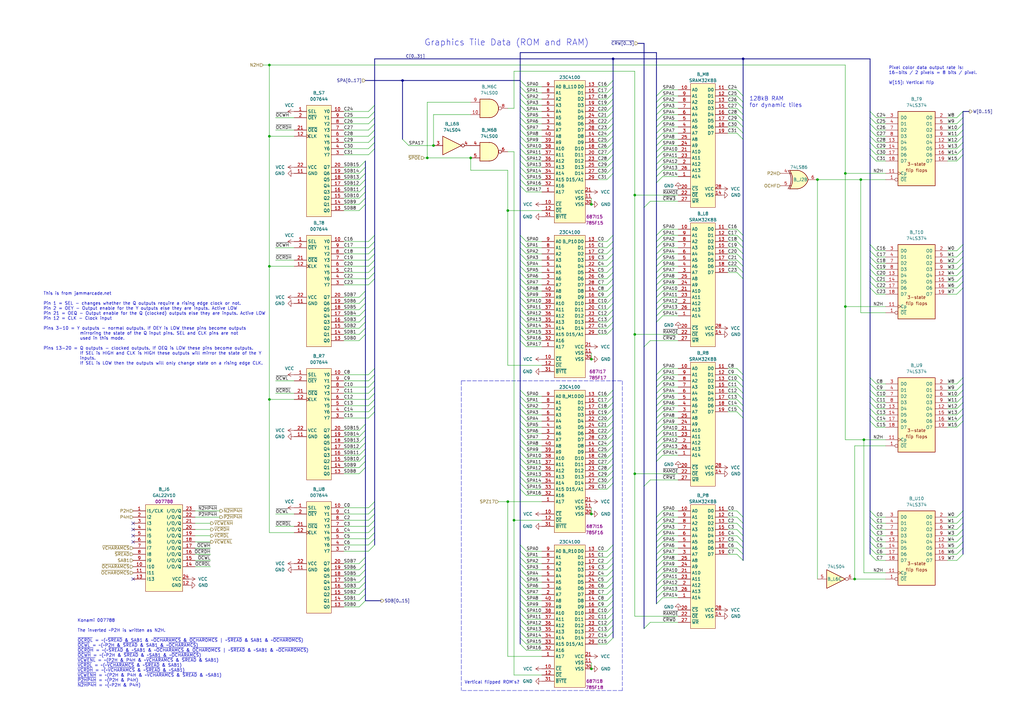
<source format=kicad_sch>
(kicad_sch (version 20231120) (generator "eeschema") (generator_version "8.0")
  (paper "A3")
  (title_block (title "Twin 16") (date "2024-09-08") (company "Konami GX687 / GX785") (comment 1 "Ulf Skutnabba, twitter: @skutis77"))
  (junction (at 177.8 59.69))
  (junction (at 350.52 237.49))
  (junction (at 242.57 274.32))
  (junction (at 335.28 73.66))
  (junction (at 208.28 86.36))
  (junction (at 193.04 64.77))
  (junction (at 251.46 24.13))
  (junction (at 354.33 180.34))
  (junction (at 210.82 213.36))
  (junction (at 260.35 80.01))
  (junction (at 353.06 73.66))
  (junction (at 175.26 64.77))
  (junction (at 110.49 163.83))
  (junction (at 165.1 33.02))
  (junction (at 242.57 147.32))
  (junction (at 242.57 83.82))
  (junction (at 208.28 205.74))
  (junction (at 110.49 55.88))
  (junction (at 346.71 71.12))
  (junction (at 304.8 24.13))
  (junction (at 260.35 194.31))
  (junction (at 346.71 125.73))
  (junction (at 260.35 137.16))
  (junction (at 242.57 210.82))
  (junction (at 110.49 26.67))
  (junction (at 110.49 109.22))
  (no_connect (at 54.61 217.17))
  (no_connect (at 54.61 219.71))
  (no_connect (at 54.61 222.25))
  (no_connect (at 54.61 237.49))
  (no_connect (at 54.61 214.63))
  (bus_entry (at 269.24 74.93) (size 2.54 -2.54))
  (bus_entry (at 248.92 129.54) (size 2.54 -2.54))
  (bus_entry (at 302.26 54.61) (size 2.54 2.54))
  (bus_entry (at 269.24 72.39) (size 2.54 -2.54))
  (bus_entry (at 248.92 167.64) (size 2.54 -2.54))
  (bus_entry (at 213.36 124.46) (size 2.54 2.54))
  (bus_entry (at 269.24 59.69) (size 2.54 -2.54))
  (bus_entry (at 248.92 193.04) (size 2.54 -2.54))
  (bus_entry (at 151.13 163.83) (size 2.54 -2.54))
  (bus_entry (at 302.26 46.99) (size 2.54 2.54))
  (bus_entry (at 147.32 181.61) (size 2.54 -2.54))
  (bus_entry (at 269.24 181.61) (size 2.54 -2.54))
  (bus_entry (at 269.24 96.52) (size 2.54 -2.54))
  (bus_entry (at 213.36 177.8) (size 2.54 2.54))
  (bus_entry (at 269.24 222.25) (size 2.54 -2.54))
  (bus_entry (at 147.32 86.36) (size 2.54 -2.54))
  (bus_entry (at 302.26 214.63) (size 2.54 2.54))
  (bus_entry (at 213.36 45.72) (size 2.54 2.54))
  (bus_entry (at 269.24 49.53) (size 2.54 -2.54))
  (bus_entry (at 248.92 71.12) (size 2.54 -2.54))
  (bus_entry (at 213.36 170.18) (size 2.54 2.54))
  (bus_entry (at 394.97 50.8) (size -2.54 2.54))
  (bus_entry (at 248.92 40.64) (size 2.54 -2.54))
  (bus_entry (at 213.36 109.22) (size 2.54 2.54))
  (bus_entry (at 269.24 64.77) (size 2.54 -2.54))
  (bus_entry (at 213.36 198.12) (size 2.54 2.54))
  (bus_entry (at 269.24 62.23) (size 2.54 -2.54))
  (bus_entry (at 269.24 119.38) (size 2.54 -2.54))
  (bus_entry (at 302.26 96.52) (size 2.54 2.54))
  (bus_entry (at 147.32 191.77) (size 2.54 -2.54))
  (bus_entry (at 269.24 109.22) (size 2.54 -2.54))
  (bus_entry (at 392.43 175.26) (size 2.54 -2.54))
  (bus_entry (at 147.32 78.74) (size 2.54 -2.54))
  (bus_entry (at 392.43 162.56) (size 2.54 -2.54))
  (bus_entry (at 394.97 58.42) (size -2.54 2.54))
  (bus_entry (at 248.92 231.14) (size 2.54 -2.54))
  (bus_entry (at 269.24 234.95) (size 2.54 -2.54))
  (bus_entry (at 213.36 254) (size 2.54 2.54))
  (bus_entry (at 213.36 167.64) (size 2.54 2.54))
  (bus_entry (at 213.36 256.54) (size 2.54 2.54))
  (bus_entry (at 151.13 168.91) (size 2.54 -2.54))
  (bus_entry (at 356.87 227.33) (size 2.54 2.54))
  (bus_entry (at 302.26 163.83) (size 2.54 2.54))
  (bus_entry (at 392.43 172.72) (size 2.54 -2.54))
  (bus_entry (at 213.36 50.8) (size 2.54 2.54))
  (bus_entry (at 213.36 160.02) (size 2.54 2.54))
  (bus_entry (at 248.92 63.5) (size 2.54 -2.54))
  (bus_entry (at 356.87 58.42) (size 2.54 2.54))
  (bus_entry (at 213.36 200.66) (size 2.54 2.54))
  (bus_entry (at 147.32 81.28) (size 2.54 -2.54))
  (bus_entry (at 269.24 245.11) (size 2.54 -2.54))
  (bus_entry (at 213.36 241.3) (size 2.54 2.54))
  (bus_entry (at 213.36 187.96) (size 2.54 2.54))
  (bus_entry (at 151.13 215.9) (size 2.54 -2.54))
  (bus_entry (at 394.97 53.34) (size -2.54 2.54))
  (bus_entry (at 248.92 243.84) (size 2.54 -2.54))
  (bus_entry (at 248.92 119.38) (size 2.54 -2.54))
  (bus_entry (at 147.32 76.2) (size 2.54 -2.54))
  (bus_entry (at 248.92 187.96) (size 2.54 -2.54))
  (bus_entry (at 213.36 66.04) (size 2.54 2.54))
  (bus_entry (at 394.97 63.5) (size -2.54 2.54))
  (bus_entry (at 356.87 167.64) (size 2.54 2.54))
  (bus_entry (at 356.87 55.88) (size 2.54 2.54))
  (bus_entry (at 248.92 195.58) (size 2.54 -2.54))
  (bus_entry (at 213.36 129.54) (size 2.54 2.54))
  (bus_entry (at 151.13 210.82) (size 2.54 -2.54))
  (bus_entry (at 213.36 195.58) (size 2.54 2.54))
  (bus_entry (at 213.36 35.56) (size 2.54 2.54))
  (bus_entry (at 248.92 259.08) (size 2.54 -2.54))
  (bus_entry (at 151.13 226.06) (size 2.54 -2.54))
  (bus_entry (at 151.13 106.68) (size 2.54 -2.54))
  (bus_entry (at 269.24 132.08) (size 2.54 -2.54))
  (bus_entry (at 248.92 109.22) (size 2.54 -2.54))
  (bus_entry (at 248.92 104.14) (size 2.54 -2.54))
  (bus_entry (at 392.43 167.64) (size 2.54 -2.54))
  (bus_entry (at 147.32 68.58) (size 2.54 -2.54))
  (bus_entry (at 213.36 251.46) (size 2.54 2.54))
  (bus_entry (at 248.92 99.06) (size 2.54 -2.54))
  (bus_entry (at 248.92 114.3) (size 2.54 -2.54))
  (bus_entry (at 213.36 73.66) (size 2.54 2.54))
  (bus_entry (at 213.36 190.5) (size 2.54 2.54))
  (bus_entry (at 213.36 68.58) (size 2.54 2.54))
  (bus_entry (at 248.92 198.12) (size 2.54 -2.54))
  (bus_entry (at 302.26 212.09) (size 2.54 2.54))
  (bus_entry (at 213.36 243.84) (size 2.54 2.54))
  (bus_entry (at 356.87 115.57) (size 2.54 2.54))
  (bus_entry (at 269.24 217.17) (size 2.54 -2.54))
  (bus_entry (at 248.92 256.54) (size 2.54 -2.54))
  (bus_entry (at 264.16 85.09) (size 2.54 -2.54))
  (bus_entry (at 356.87 60.96) (size 2.54 2.54))
  (bus_entry (at 151.13 104.14) (size 2.54 -2.54))
  (bus_entry (at 151.13 50.8) (size 2.54 -2.54))
  (bus_entry (at 264.16 142.24) (size 2.54 -2.54))
  (bus_entry (at 356.87 209.55) (size 2.54 2.54))
  (bus_entry (at 147.32 129.54) (size 2.54 -2.54))
  (bus_entry (at 392.43 224.79) (size 2.54 -2.54))
  (bus_entry (at 392.43 217.17) (size 2.54 -2.54))
  (bus_entry (at 213.36 236.22) (size 2.54 2.54))
  (bus_entry (at 213.36 114.3) (size 2.54 2.54))
  (bus_entry (at 213.36 38.1) (size 2.54 2.54))
  (bus_entry (at 269.24 219.71) (size 2.54 -2.54))
  (bus_entry (at 394.97 48.26) (size -2.54 2.54))
  (bus_entry (at 248.92 121.92) (size 2.54 -2.54))
  (bus_entry (at 269.24 69.85) (size 2.54 -2.54))
  (bus_entry (at 248.92 254) (size 2.54 -2.54))
  (bus_entry (at 151.13 99.06) (size 2.54 -2.54))
  (bus_entry (at 213.36 63.5) (size 2.54 2.54))
  (bus_entry (at 147.32 71.12) (size 2.54 -2.54))
  (bus_entry (at 264.16 257.81) (size 2.54 -2.54))
  (bus_entry (at 356.87 107.95) (size 2.54 2.54))
  (bus_entry (at 213.36 111.76) (size 2.54 2.54))
  (bus_entry (at 213.36 175.26) (size 2.54 2.54))
  (bus_entry (at 269.24 214.63) (size 2.54 -2.54))
  (bus_entry (at 269.24 39.37) (size 2.54 -2.54))
  (bus_entry (at 151.13 48.26) (size 2.54 -2.54))
  (bus_entry (at 151.13 53.34) (size 2.54 -2.54))
  (bus_entry (at 248.92 43.18) (size 2.54 -2.54))
  (bus_entry (at 356.87 172.72) (size 2.54 2.54))
  (bus_entry (at 248.92 248.92) (size 2.54 -2.54))
  (bus_entry (at 248.92 238.76) (size 2.54 -2.54))
  (bus_entry (at 248.92 175.26) (size 2.54 -2.54))
  (bus_entry (at 356.87 224.79) (size 2.54 2.54))
  (bus_entry (at 147.32 241.3) (size 2.54 -2.54))
  (bus_entry (at 269.24 212.09) (size 2.54 -2.54))
  (bus_entry (at 151.13 111.76) (size 2.54 -2.54))
  (bus_entry (at 248.92 68.58) (size 2.54 -2.54))
  (bus_entry (at 151.13 166.37) (size 2.54 -2.54))
  (bus_entry (at 248.92 73.66) (size 2.54 -2.54))
  (bus_entry (at 213.36 137.16) (size 2.54 2.54))
  (bus_entry (at 147.32 189.23) (size 2.54 -2.54))
  (bus_entry (at 302.26 52.07) (size 2.54 2.54))
  (bus_entry (at 356.87 170.18) (size 2.54 2.54))
  (bus_entry (at 269.24 99.06) (size 2.54 -2.54))
  (bus_entry (at 264.16 199.39) (size 2.54 -2.54))
  (bus_entry (at 248.92 162.56) (size 2.54 -2.54))
  (bus_entry (at 269.24 57.15) (size 2.54 -2.54))
  (bus_entry (at 269.24 67.31) (size 2.54 -2.54))
  (bus_entry (at 248.92 190.5) (size 2.54 -2.54))
  (bus_entry (at 151.13 158.75) (size 2.54 -2.54))
  (bus_entry (at 269.24 114.3) (size 2.54 -2.54))
  (bus_entry (at 269.24 54.61) (size 2.54 -2.54))
  (bus_entry (at 213.36 223.52) (size 2.54 2.54))
  (bus_entry (at 248.92 106.68) (size 2.54 -2.54))
  (bus_entry (at 213.36 261.62) (size 2.54 2.54))
  (bus_entry (at 356.87 222.25) (size 2.54 2.54))
  (bus_entry (at 269.24 189.23) (size 2.54 -2.54))
  (bus_entry (at 147.32 184.15) (size 2.54 -2.54))
  (bus_entry (at 269.24 240.03) (size 2.54 -2.54))
  (bus_entry (at 147.32 236.22) (size 2.54 -2.54))
  (bus_entry (at 392.43 160.02) (size 2.54 -2.54))
  (bus_entry (at 269.24 184.15) (size 2.54 -2.54))
  (bus_entry (at 392.43 115.57) (size 2.54 -2.54))
  (bus_entry (at 213.36 246.38) (size 2.54 2.54))
  (bus_entry (at 356.87 100.33) (size 2.54 2.54))
  (bus_entry (at 151.13 156.21) (size 2.54 -2.54))
  (bus_entry (at 248.92 200.66) (size 2.54 -2.54))
  (bus_entry (at 392.43 107.95) (size 2.54 -2.54))
  (bus_entry (at 248.92 233.68) (size 2.54 -2.54))
  (bus_entry (at 213.36 193.04) (size 2.54 2.54))
  (bus_entry (at 147.32 231.14) (size 2.54 -2.54))
  (bus_entry (at 302.26 224.79) (size 2.54 2.54))
  (bus_entry (at 356.87 50.8) (size 2.54 2.54))
  (bus_entry (at 147.32 179.07) (size 2.54 -2.54))
  (bus_entry (at 248.92 127) (size 2.54 -2.54))
  (bus_entry (at 356.87 53.34) (size 2.54 2.54))
  (bus_entry (at 248.92 48.26) (size 2.54 -2.54))
  (bus_entry (at 151.13 45.72) (size 2.54 -2.54))
  (bus_entry (at 269.24 173.99) (size 2.54 -2.54))
  (bus_entry (at 248.92 172.72) (size 2.54 -2.54))
  (bus_entry (at 269.24 176.53) (size 2.54 -2.54))
  (bus_entry (at 302.26 227.33) (size 2.54 2.54))
  (bus_entry (at 213.36 119.38) (size 2.54 2.54))
  (bus_entry (at 151.13 153.67) (size 2.54 -2.54))
  (bus_entry (at 302.26 166.37) (size 2.54 2.54))
  (bus_entry (at 302.26 44.45) (size 2.54 2.54))
  (bus_entry (at 302.26 161.29) (size 2.54 2.54))
  (bus_entry (at 302.26 209.55) (size 2.54 2.54))
  (bus_entry (at 248.92 246.38) (size 2.54 -2.54))
  (bus_entry (at 213.36 104.14) (size 2.54 2.54))
  (bus_entry (at 248.92 116.84) (size 2.54 -2.54))
  (bus_entry (at 151.13 218.44) (size 2.54 -2.54))
  (bus_entry (at 213.36 172.72) (size 2.54 2.54))
  (bus_entry (at 213.36 121.92) (size 2.54 2.54))
  (bus_entry (at 248.92 38.1) (size 2.54 -2.54))
  (bus_entry (at 302.26 36.83) (size 2.54 2.54))
  (bus_entry (at 356.87 113.03) (size 2.54 2.54))
  (bus_entry (at 213.36 233.68) (size 2.54 2.54))
  (bus_entry (at 147.32 186.69) (size 2.54 -2.54))
  (bus_entry (at 302.26 151.13) (size 2.54 2.54))
  (bus_entry (at 302.26 104.14) (size 2.54 2.54))
  (bus_entry (at 392.43 118.11) (size 2.54 -2.54))
  (bus_entry (at 151.13 161.29) (size 2.54 -2.54))
  (bus_entry (at 147.32 248.92) (size 2.54 -2.54))
  (bus_entry (at 392.43 219.71) (size 2.54 -2.54))
  (bus_entry (at 302.26 168.91) (size 2.54 2.54))
  (bus_entry (at 248.92 137.16) (size 2.54 -2.54))
  (bus_entry (at 151.13 101.6) (size 2.54 -2.54))
  (bus_entry (at 213.36 55.88) (size 2.54 2.54))
  (bus_entry (at 213.36 264.16) (size 2.54 2.54))
  (bus_entry (at 392.43 157.48) (size 2.54 -2.54))
  (bus_entry (at 248.92 264.16) (size 2.54 -2.54))
  (bus_entry (at 151.13 114.3) (size 2.54 -2.54))
  (bus_entry (at 269.24 158.75) (size 2.54 -2.54))
  (bus_entry (at 213.36 33.02) (size 2.54 2.54))
  (bus_entry (at 302.26 106.68) (size 2.54 2.54))
  (bus_entry (at 151.13 55.88) (size 2.54 -2.54))
  (bus_entry (at 356.87 45.72) (size 2.54 2.54))
  (bus_entry (at 269.24 242.57) (size 2.54 -2.54))
  (bus_entry (at 213.36 231.14) (size 2.54 2.54))
  (bus_entry (at 302.26 222.25) (size 2.54 2.54))
  (bus_entry (at 147.32 233.68) (size 2.54 -2.54))
  (bus_entry (at 269.24 168.91) (size 2.54 -2.54))
  (bus_entry (at 213.36 101.6) (size 2.54 2.54))
  (bus_entry (at 213.36 139.7) (size 2.54 2.54))
  (bus_entry (at 392.43 222.25) (size 2.54 -2.54))
  (bus_entry (at 269.24 237.49) (size 2.54 -2.54))
  (bus_entry (at 302.26 101.6) (size 2.54 2.54))
  (bus_entry (at 213.36 58.42) (size 2.54 2.54))
  (bus_entry (at 151.13 220.98) (size 2.54 -2.54))
  (bus_entry (at 213.36 185.42) (size 2.54 2.54))
  (bus_entry (at 248.92 101.6) (size 2.54 -2.54))
  (bus_entry (at 269.24 127) (size 2.54 -2.54))
  (bus_entry (at 213.36 259.08) (size 2.54 2.54))
  (bus_entry (at 248.92 134.62) (size 2.54 -2.54))
  (bus_entry (at 151.13 208.28) (size 2.54 -2.54))
  (bus_entry (at 147.32 124.46) (size 2.54 -2.54))
  (bus_entry (at 213.36 71.12) (size 2.54 2.54))
  (bus_entry (at 151.13 116.84) (size 2.54 -2.54))
  (bus_entry (at 248.92 170.18) (size 2.54 -2.54))
  (bus_entry (at 147.32 176.53) (size 2.54 -2.54))
  (bus_entry (at 248.92 236.22) (size 2.54 -2.54))
  (bus_entry (at 147.32 127) (size 2.54 -2.54))
  (bus_entry (at 392.43 214.63) (size 2.54 -2.54))
  (bus_entry (at 269.24 186.69) (size 2.54 -2.54))
  (bus_entry (at 356.87 162.56) (size 2.54 2.54))
  (bus_entry (at 213.36 96.52) (size 2.54 2.54))
  (bus_entry (at 392.43 102.87) (size 2.54 -2.54))
  (bus_entry (at 269.24 52.07) (size 2.54 -2.54))
  (bus_entry (at 151.13 60.96) (size 2.54 -2.54))
  (bus_entry (at 302.26 109.22) (size 2.54 2.54))
  (bus_entry (at 302.26 153.67) (size 2.54 2.54))
  (bus_entry (at 356.87 160.02) (size 2.54 2.54))
  (bus_entry (at 213.36 99.06) (size 2.54 2.54))
  (bus_entry (at 248.92 180.34) (size 2.54 -2.54))
  (bus_entry (at 302.26 41.91) (size 2.54 2.54))
  (bus_entry (at 213.36 60.96) (size 2.54 2.54))
  (bus_entry (at 392.43 229.87) (size 2.54 -2.54))
  (bus_entry (at 302.26 99.06) (size 2.54 2.54))
  (bus_entry (at 269.24 232.41) (size 2.54 -2.54))
  (bus_entry (at 213.36 165.1) (size 2.54 2.54))
  (bus_entry (at 356.87 214.63) (size 2.54 2.54))
  (bus_entry (at 213.36 248.92) (size 2.54 2.54))
  (bus_entry (at 392.43 110.49) (size 2.54 -2.54))
  (bus_entry (at 269.24 224.79) (size 2.54 -2.54))
  (bus_entry (at 248.92 111.76) (size 2.54 -2.54))
  (bus_entry (at 269.24 124.46) (size 2.54 -2.54))
  (bus_entry (at 147.32 121.92) (size 2.54 -2.54))
  (bus_entry (at 213.36 48.26) (size 2.54 2.54))
  (bus_entry (at 151.13 58.42) (size 2.54 -2.54))
  (bus_entry (at 213.36 180.34) (size 2.54 2.54))
  (bus_entry (at 248.92 45.72) (size 2.54 -2.54))
  (bus_entry (at 356.87 63.5) (size 2.54 2.54))
  (bus_entry (at 213.36 43.18) (size 2.54 2.54))
  (bus_entry (at 269.24 104.14) (size 2.54 -2.54))
  (bus_entry (at 269.24 156.21) (size 2.54 -2.54))
  (bus_entry (at 248.92 60.96) (size 2.54 -2.54))
  (bus_entry (at 269.24 247.65) (size 2.54 -2.54))
  (bus_entry (at 213.36 116.84) (size 2.54 2.54))
  (bus_entry (at 213.36 127) (size 2.54 2.54))
  (bus_entry (at 356.87 212.09) (size 2.54 2.54))
  (bus_entry (at 269.24 46.99) (size 2.54 -2.54))
  (bus_entry (at 356.87 154.94) (size 2.54 2.54))
  (bus_entry (at 394.97 60.96) (size -2.54 2.54))
  (bus_entry (at 394.97 45.72) (size -2.54 2.54))
  (bus_entry (at 302.26 39.37) (size 2.54 2.54))
  (bus_entry (at 213.36 182.88) (size 2.54 2.54))
  (bus_entry (at 356.87 157.48) (size 2.54 2.54))
  (bus_entry (at 248.92 66.04) (size 2.54 -2.54))
  (bus_entry (at 213.36 106.68) (size 2.54 2.54))
  (bus_entry (at 248.92 185.42) (size 2.54 -2.54))
  (bus_entry (at 302.26 158.75) (size 2.54 2.54))
  (bus_entry (at 147.32 83.82) (size 2.54 -2.54))
  (bus_entry (at 248.92 58.42) (size 2.54 -2.54))
  (bus_entry (at 356.87 48.26) (size 2.54 2.54))
  (bus_entry (at 151.13 109.22) (size 2.54 -2.54))
  (bus_entry (at 394.97 55.88) (size -2.54 2.54))
  (bus_entry (at 151.13 213.36) (size 2.54 -2.54))
  (bus_entry (at 213.36 238.76) (size 2.54 2.54))
  (bus_entry (at 147.32 139.7) (size 2.54 -2.54))
  (bus_entry (at 213.36 228.6) (size 2.54 2.54))
  (bus_entry (at 147.32 132.08) (size 2.54 -2.54))
  (bus_entry (at 392.43 113.03) (size 2.54 -2.54))
  (bus_entry (at 248.92 177.8) (size 2.54 -2.54))
  (bus_entry (at 269.24 121.92) (size 2.54 -2.54))
  (bus_entry (at 302.26 217.17) (size 2.54 2.54))
  (bus_entry (at 269.24 44.45) (size 2.54 -2.54))
  (bus_entry (at 269.24 229.87) (size 2.54 -2.54))
  (bus_entry (at 147.32 238.76) (size 2.54 -2.54))
  (bus_entry (at 269.24 227.33) (size 2.54 -2.54))
  (bus_entry (at 356.87 110.49) (size 2.54 2.54))
  (bus_entry (at 269.24 163.83) (size 2.54 -2.54))
  (bus_entry (at 213.36 226.06) (size 2.54 2.54))
  (bus_entry (at 392.43 227.33) (size 2.54 -2.54))
  (bus_entry (at 248.92 182.88) (size 2.54 -2.54))
  (bus_entry (at 248.92 228.6) (size 2.54 -2.54))
  (bus_entry (at 248.92 251.46) (size 2.54 -2.54))
  (bus_entry (at 248.92 124.46) (size 2.54 -2.54))
  (bus_entry (at 213.36 76.2) (size 2.54 2.54))
  (bus_entry (at 269.24 171.45) (size 2.54 -2.54))
  (bus_entry (at 151.13 63.5) (size 2.54 -2.54))
  (bus_entry (at 147.32 243.84) (size 2.54 -2.54))
  (bus_entry (at 392.43 105.41) (size 2.54 -2.54))
  (bus_entry (at 269.24 179.07) (size 2.54 -2.54))
  (bus_entry (at 269.24 161.29) (size 2.54 -2.54))
  (bus_entry (at 151.13 223.52) (size 2.54 -2.54))
  (bus_entry (at 147.32 194.31) (size 2.54 -2.54))
  (bus_entry (at 248.92 165.1) (size 2.54 -2.54))
  (bus_entry (at 269.24 153.67) (size 2.54 -2.54))
  (bus_entry (at 248.92 35.56) (size 2.54 -2.54))
  (bus_entry (at 213.36 134.62) (size 2.54 2.54))
  (bus_entry (at 248.92 241.3) (size 2.54 -2.54))
  (bus_entry (at 302.26 219.71) (size 2.54 2.54))
  (bus_entry (at 356.87 165.1) (size 2.54 2.54))
  (bus_entry (at 151.13 171.45) (size 2.54 -2.54))
  (bus_entry (at 248.92 226.06) (size 2.54 -2.54))
  (bus_entry (at 356.87 118.11) (size 2.54 2.54))
  (bus_entry (at 269.24 166.37) (size 2.54 -2.54))
  (bus_entry (at 213.36 162.56) (size 2.54 2.54))
  (bus_entry (at 356.87 105.41) (size 2.54 2.54))
  (bus_entry (at 213.36 132.08) (size 2.54 2.54))
  (bus_entry (at 147.32 246.38) (size 2.54 -2.54))
  (bus_entry (at 392.43 212.09) (size 2.54 -2.54))
  (bus_entry (at 392.43 165.1) (size 2.54 -2.54))
  (bus_entry (at 269.24 116.84) (size 2.54 -2.54))
  (bus_entry (at 356.87 219.71) (size 2.54 2.54))
  (bus_entry (at 302.26 156.21) (size 2.54 2.54))
  (bus_entry (at 147.32 137.16) (size 2.54 -2.54))
  (bus_entry (at 213.36 53.34) (size 2.54 2.54))
  (bus_entry (at 248.92 132.08) (size 2.54 -2.54))
  (bus_entry (at 213.36 40.64) (size 2.54 2.54))
  (bus_entry (at 248.92 55.88) (size 2.54 -2.54))
  (bus_entry (at 248.92 261.62) (size 2.54 -2.54))
  (bus_entry (at 248.92 53.34) (size 2.54 -2.54))
  (bus_entry (at 248.92 50.8) (size 2.54 -2.54))
  (bus_entry (at 269.24 41.91) (size 2.54 -2.54))
  (bus_entry (at 302.26 49.53) (size 2.54 2.54))
  (bus_entry (at 269.24 129.54) (size 2.54 -2.54))
  (bus_entry (at 356.87 217.17) (size 2.54 2.54))
  (bus_entry (at 302.26 111.76) (size 2.54 2.54))
  (bus_entry (at 356.87 102.87) (size 2.54 2.54))
  (bus_entry (at 269.24 106.68) (size 2.54 -2.54))
  (bus_entry (at 392.43 170.18) (size 2.54 -2.54))
  (bus_entry (at 147.32 73.66) (size 2.54 -2.54))
  (bus_entry (at 302.26 93.98) (size 2.54 2.54))
  (bus_entry (at 147.32 134.62) (size 2.54 -2.54))
  (bus_entry (at 269.24 101.6) (size 2.54 -2.54))
  (bus_entry (at 167.64 59.69) (size -2.54 -2.54))
  (bus_entry (at 269.24 111.76) (size 2.54 -2.54))
  (bus_entry (at 392.43 120.65) (size 2.54 -2.54))
  (wire (pts (xy 271.78 181.61) (xy 278.13 181.61)))
  (wire (pts (xy 388.62 115.57) (xy 392.43 115.57)))
  (bus (pts (xy 394.97 160.02) (xy 394.97 157.48)))
  (bus (pts (xy 251.46 38.1) (xy 251.46 40.64)))
  (bus (pts (xy 251.46 248.92) (xy 251.46 251.46)))
  (bus (pts (xy 394.97 110.49) (xy 394.97 107.95)))
  (bus (pts (xy 213.36 172.72) (xy 213.36 175.26)))
  (bus (pts (xy 304.8 52.07) (xy 304.8 54.61)))
  (wire (pts (xy 359.41 113.03) (xy 363.22 113.03)))
  (wire (pts (xy 298.45 168.91) (xy 302.26 168.91)))
  (wire (pts (xy 110.49 26.67) (xy 110.49 55.88)))
  (bus (pts (xy 153.67 168.91) (xy 153.67 205.74)))
  (bus (pts (xy 213.36 256.54) (xy 213.36 259.08)))
  (wire (pts (xy 215.9 68.58) (xy 222.25 68.58)))
  (wire (pts (xy 245.11 233.68) (xy 248.92 233.68)))
  (bus (pts (xy 269.24 166.37) (xy 269.24 168.91)))
  (wire (pts (xy 215.9 99.06) (xy 222.25 99.06)))
  (bus (pts (xy 251.46 121.92) (xy 251.46 124.46)))
  (bus (pts (xy 394.97 45.72) (xy 397.51 45.72)))
  (bus (pts (xy 269.24 99.06) (xy 269.24 101.6)))
  (wire (pts (xy 113.03 215.9) (xy 120.65 215.9)))
  (wire (pts (xy 271.78 186.69) (xy 278.13 186.69)))
  (bus (pts (xy 149.86 78.74) (xy 149.86 81.28)))
  (bus (pts (xy 213.36 259.08) (xy 213.36 261.62)))
  (bus (pts (xy 269.24 59.69) (xy 269.24 62.23)))
  (bus (pts (xy 304.8 106.68) (xy 304.8 109.22)))
  (bus (pts (xy 149.86 73.66) (xy 149.86 76.2)))
  (wire (pts (xy 260.35 194.31) (xy 260.35 252.73)))
  (wire (pts (xy 177.8 59.69) (xy 177.8 46.99)))
  (bus (pts (xy 304.8 39.37) (xy 304.8 41.91)))
  (wire (pts (xy 298.45 153.67) (xy 302.26 153.67)))
  (bus (pts (xy 304.8 217.17) (xy 304.8 219.71)))
  (bus (pts (xy 269.24 156.21) (xy 269.24 158.75)))
  (bus (pts (xy 251.46 167.64) (xy 251.46 170.18)))
  (bus (pts (xy 213.36 241.3) (xy 213.36 243.84)))
  (bus (pts (xy 394.97 118.11) (xy 394.97 115.57)))
  (wire (pts (xy 80.01 227.33) (xy 86.36 227.33)))
  (wire (pts (xy 245.11 187.96) (xy 248.92 187.96)))
  (wire (pts (xy 271.78 179.07) (xy 278.13 179.07)))
  (wire (pts (xy 215.9 71.12) (xy 222.25 71.12)))
  (bus (pts (xy 251.46 160.02) (xy 251.46 162.56)))
  (wire (pts (xy 271.78 227.33) (xy 278.13 227.33)))
  (wire (pts (xy 388.62 55.88) (xy 392.43 55.88)))
  (wire (pts (xy 388.62 160.02) (xy 392.43 160.02)))
  (bus (pts (xy 153.67 215.9) (xy 153.67 218.44)))
  (wire (pts (xy 388.62 229.87) (xy 392.43 229.87)))
  (wire (pts (xy 388.62 107.95) (xy 392.43 107.95)))
  (bus (pts (xy 213.36 195.58) (xy 213.36 198.12)))
  (wire (pts (xy 215.9 142.24) (xy 222.25 142.24)))
  (bus (pts (xy 153.67 101.6) (xy 153.67 104.14)))
  (bus (pts (xy 153.67 104.14) (xy 153.67 106.68)))
  (wire (pts (xy 266.7 255.27) (xy 278.13 255.27)))
  (bus (pts (xy 394.97 53.34) (xy 394.97 50.8)))
  (bus (pts (xy 251.46 254) (xy 251.46 256.54)))
  (wire (pts (xy 271.78 93.98) (xy 278.13 93.98)))
  (bus (pts (xy 304.8 54.61) (xy 304.8 57.15)))
  (bus (pts (xy 153.67 58.42) (xy 153.67 60.96)))
  (wire (pts (xy 271.78 222.25) (xy 278.13 222.25)))
  (wire (pts (xy 140.97 45.72) (xy 151.13 45.72)))
  (wire (pts (xy 215.9 195.58) (xy 222.25 195.58)))
  (wire (pts (xy 335.28 73.66) (xy 335.28 237.49)))
  (bus (pts (xy 269.24 106.68) (xy 269.24 109.22)))
  (wire (pts (xy 215.9 246.38) (xy 222.25 246.38)))
  (bus (pts (xy 251.46 63.5) (xy 251.46 66.04)))
  (wire (pts (xy 298.45 166.37) (xy 302.26 166.37)))
  (bus (pts (xy 269.24 217.17) (xy 269.24 219.71)))
  (wire (pts (xy 346.71 26.67) (xy 346.71 71.12)))
  (wire (pts (xy 346.71 180.34) (xy 354.33 180.34)))
  (bus (pts (xy 269.24 21.59) (xy 269.24 39.37)))
  (wire (pts (xy 388.62 162.56) (xy 392.43 162.56)))
  (wire (pts (xy 298.45 156.21) (xy 302.26 156.21)))
  (wire (pts (xy 245.11 43.18) (xy 248.92 43.18)))
  (wire (pts (xy 215.9 241.3) (xy 222.25 241.3)))
  (bus (pts (xy 149.86 124.46) (xy 149.86 127)))
  (wire (pts (xy 271.78 59.69) (xy 278.13 59.69)))
  (wire (pts (xy 245.11 228.6) (xy 248.92 228.6)))
  (bus (pts (xy 251.46 66.04) (xy 251.46 68.58)))
  (bus (pts (xy 213.36 58.42) (xy 213.36 60.96)))
  (bus (pts (xy 153.67 166.37) (xy 153.67 168.91)))
  (bus (pts (xy 213.36 106.68) (xy 213.36 109.22)))
  (bus (pts (xy 394.97 209.55) (xy 394.97 172.72)))
  (bus (pts (xy 153.67 213.36) (xy 153.67 215.9)))
  (wire (pts (xy 245.11 71.12) (xy 248.92 71.12)))
  (bus (pts (xy 149.86 68.58) (xy 149.86 71.12)))
  (wire (pts (xy 359.41 66.04) (xy 363.22 66.04)))
  (wire (pts (xy 271.78 156.21) (xy 278.13 156.21)))
  (wire (pts (xy 245.11 48.26) (xy 248.92 48.26)))
  (bus (pts (xy 251.46 251.46) (xy 251.46 254)))
  (bus (pts (xy 394.97 113.03) (xy 394.97 110.49)))
  (wire (pts (xy 359.41 162.56) (xy 363.22 162.56)))
  (wire (pts (xy 271.78 67.31) (xy 278.13 67.31)))
  (wire (pts (xy 215.9 109.22) (xy 222.25 109.22)))
  (wire (pts (xy 245.11 116.84) (xy 248.92 116.84)))
  (wire (pts (xy 215.9 132.08) (xy 222.25 132.08)))
  (bus (pts (xy 394.97 154.94) (xy 394.97 118.11)))
  (wire (pts (xy 215.9 63.5) (xy 222.25 63.5)))
  (wire (pts (xy 215.9 40.64) (xy 222.25 40.64)))
  (wire (pts (xy 140.97 55.88) (xy 151.13 55.88)))
  (bus (pts (xy 149.86 81.28) (xy 149.86 83.82)))
  (wire (pts (xy 388.62 53.34) (xy 392.43 53.34)))
  (wire (pts (xy 110.49 109.22) (xy 120.65 109.22)))
  (bus (pts (xy 213.36 223.52) (xy 213.36 226.06)))
  (wire (pts (xy 298.45 36.83) (xy 302.26 36.83)))
  (bus (pts (xy 251.46 58.42) (xy 251.46 60.96)))
  (wire (pts (xy 245.11 193.04) (xy 248.92 193.04)))
  (wire (pts (xy 140.97 83.82) (xy 147.32 83.82)))
  (wire (pts (xy 140.97 215.9) (xy 151.13 215.9)))
  (bus (pts (xy 356.87 222.25) (xy 356.87 224.79)))
  (bus (pts (xy 153.67 156.21) (xy 153.67 158.75)))
  (wire (pts (xy 271.78 72.39) (xy 278.13 72.39)))
  (wire (pts (xy 140.97 58.42) (xy 151.13 58.42)))
  (wire (pts (xy 245.11 55.88) (xy 248.92 55.88)))
  (bus (pts (xy 251.46 256.54) (xy 251.46 259.08)))
  (bus (pts (xy 213.36 40.64) (xy 213.36 43.18)))
  (bus (pts (xy 304.8 24.13) (xy 356.87 24.13)))
  (wire (pts (xy 245.11 236.22) (xy 248.92 236.22)))
  (wire (pts (xy 350.52 237.49) (xy 363.22 237.49)))
  (bus (pts (xy 356.87 58.42) (xy 356.87 60.96)))
  (wire (pts (xy 140.97 194.31) (xy 147.32 194.31)))
  (wire (pts (xy 140.97 139.7) (xy 147.32 139.7)))
  (bus (pts (xy 149.86 83.82) (xy 149.86 119.38)))
  (wire (pts (xy 193.04 69.85) (xy 193.04 64.77)))
  (bus (pts (xy 356.87 102.87) (xy 356.87 105.41)))
  (wire (pts (xy 140.97 208.28) (xy 151.13 208.28)))
  (wire (pts (xy 208.28 205.74) (xy 208.28 269.24)))
  (bus (pts (xy 213.36 68.58) (xy 213.36 71.12)))
  (bus (pts (xy 149.86 66.04) (xy 149.86 68.58)))
  (wire (pts (xy 210.82 213.36) (xy 222.25 213.36)))
  (wire (pts (xy 175.26 64.77) (xy 175.26 41.91)))
  (bus (pts (xy 213.36 190.5) (xy 213.36 193.04)))
  (wire (pts (xy 388.62 110.49) (xy 392.43 110.49)))
  (bus (pts (xy 304.8 227.33) (xy 304.8 229.87)))
  (wire (pts (xy 388.62 120.65) (xy 392.43 120.65)))
  (bus (pts (xy 394.97 105.41) (xy 394.97 102.87)))
  (bus (pts (xy 304.8 166.37) (xy 304.8 168.91)))
  (wire (pts (xy 245.11 190.5) (xy 248.92 190.5)))
  (wire (pts (xy 298.45 224.79) (xy 302.26 224.79)))
  (wire (pts (xy 140.97 104.14) (xy 151.13 104.14)))
  (bus (pts (xy 269.24 127) (xy 269.24 129.54)))
  (bus (pts (xy 149.86 71.12) (xy 149.86 73.66)))
  (wire (pts (xy 388.62 63.5) (xy 392.43 63.5)))
  (wire (pts (xy 245.11 101.6) (xy 248.92 101.6)))
  (wire (pts (xy 271.78 46.99) (xy 278.13 46.99)))
  (wire (pts (xy 298.45 214.63) (xy 302.26 214.63)))
  (bus (pts (xy 213.36 33.02) (xy 165.1 33.02)))
  (wire (pts (xy 359.41 105.41) (xy 363.22 105.41)))
  (wire (pts (xy 215.9 261.62) (xy 222.25 261.62)))
  (wire (pts (xy 140.97 220.98) (xy 151.13 220.98)))
  (bus (pts (xy 269.24 184.15) (xy 269.24 186.69)))
  (bus (pts (xy 394.97 55.88) (xy 394.97 53.34)))
  (wire (pts (xy 215.9 45.72) (xy 222.25 45.72)))
  (bus (pts (xy 153.67 158.75) (xy 153.67 161.29)))
  (wire (pts (xy 245.11 251.46) (xy 248.92 251.46)))
  (wire (pts (xy 113.03 48.26) (xy 120.65 48.26)))
  (wire (pts (xy 215.9 185.42) (xy 222.25 185.42)))
  (bus (pts (xy 304.8 158.75) (xy 304.8 161.29)))
  (bus (pts (xy 149.86 233.68) (xy 149.86 236.22)))
  (bus (pts (xy 304.8 171.45) (xy 304.8 212.09)))
  (wire (pts (xy 271.78 62.23) (xy 278.13 62.23)))
  (wire (pts (xy 140.97 213.36) (xy 151.13 213.36)))
  (bus (pts (xy 269.24 227.33) (xy 269.24 229.87)))
  (wire (pts (xy 260.35 80.01) (xy 278.13 80.01)))
  (wire (pts (xy 140.97 248.92) (xy 147.32 248.92)))
  (bus (pts (xy 394.97 63.5) (xy 394.97 60.96)))
  (bus (pts (xy 304.8 99.06) (xy 304.8 101.6)))
  (wire (pts (xy 110.49 55.88) (xy 120.65 55.88)))
  (bus (pts (xy 269.24 121.92) (xy 269.24 124.46)))
  (wire (pts (xy 298.45 39.37) (xy 302.26 39.37)))
  (wire (pts (xy 346.71 71.12) (xy 363.22 71.12)))
  (wire (pts (xy 298.45 151.13) (xy 302.26 151.13)))
  (wire (pts (xy 245.11 68.58) (xy 248.92 68.58)))
  (wire (pts (xy 110.49 109.22) (xy 110.49 55.88)))
  (wire (pts (xy 215.9 266.7) (xy 222.25 266.7)))
  (bus (pts (xy 153.67 24.13) (xy 153.67 43.18)))
  (bus (pts (xy 356.87 110.49) (xy 356.87 113.03)))
  (wire (pts (xy 298.45 222.25) (xy 302.26 222.25)))
  (wire (pts (xy 298.45 101.6) (xy 302.26 101.6)))
  (wire (pts (xy 271.78 229.87) (xy 278.13 229.87)))
  (wire (pts (xy 298.45 96.52) (xy 302.26 96.52)))
  (bus (pts (xy 251.46 111.76) (xy 251.46 114.3)))
  (wire (pts (xy 298.45 163.83) (xy 302.26 163.83)))
  (wire (pts (xy 215.9 226.06) (xy 222.25 226.06)))
  (bus (pts (xy 394.97 224.79) (xy 394.97 222.25)))
  (wire (pts (xy 140.97 184.15) (xy 147.32 184.15)))
  (bus (pts (xy 269.24 96.52) (xy 269.24 99.06)))
  (bus (pts (xy 213.36 200.66) (xy 213.36 223.52)))
  (wire (pts (xy 298.45 54.61) (xy 302.26 54.61)))
  (wire (pts (xy 110.49 163.83) (xy 110.49 218.44)))
  (wire (pts (xy 298.45 46.99) (xy 302.26 46.99)))
  (bus (pts (xy 213.36 182.88) (xy 213.36 185.42)))
  (wire (pts (xy 388.62 118.11) (xy 392.43 118.11)))
  (wire (pts (xy 242.57 81.28) (xy 242.57 83.82)))
  (bus (pts (xy 269.24 173.99) (xy 269.24 176.53)))
  (bus (pts (xy 153.67 220.98) (xy 153.67 223.52)))
  (wire (pts (xy 245.11 254) (xy 248.92 254)))
  (bus (pts (xy 269.24 212.09) (xy 269.24 214.63)))
  (bus (pts (xy 356.87 172.72) (xy 356.87 209.55)))
  (wire (pts (xy 140.97 161.29) (xy 151.13 161.29)))
  (wire (pts (xy 140.97 127) (xy 147.32 127)))
  (bus (pts (xy 269.24 44.45) (xy 269.24 46.99)))
  (wire (pts (xy 140.97 238.76) (xy 147.32 238.76)))
  (wire (pts (xy 388.62 102.87) (xy 392.43 102.87)))
  (bus (pts (xy 251.46 116.84) (xy 251.46 119.38)))
  (bus (pts (xy 149.86 176.53) (xy 149.86 179.07)))
  (wire (pts (xy 266.7 82.55) (xy 278.13 82.55)))
  (wire (pts (xy 271.78 209.55) (xy 278.13 209.55)))
  (bus (pts (xy 213.36 170.18) (xy 213.36 172.72)))
  (bus (pts (xy 213.36 261.62) (xy 213.36 264.16)))
  (wire (pts (xy 271.78 44.45) (xy 278.13 44.45)))
  (wire (pts (xy 335.28 73.66) (xy 353.06 73.66)))
  (wire (pts (xy 245.11 241.3) (xy 248.92 241.3)))
  (bus (pts (xy 356.87 107.95) (xy 356.87 110.49)))
  (wire (pts (xy 215.9 60.96) (xy 222.25 60.96)))
  (bus (pts (xy 356.87 165.1) (xy 356.87 167.64)))
  (polyline (pts (xy 255.27 156.21) (xy 255.27 283.21)) (stroke (width 0) (type dash)))
  (wire (pts (xy 245.11 66.04) (xy 248.92 66.04)))
  (wire (pts (xy 215.9 172.72) (xy 222.25 172.72)))
  (bus (pts (xy 251.46 193.04) (xy 251.46 195.58)))
  (bus (pts (xy 251.46 50.8) (xy 251.46 53.34)))
  (wire (pts (xy 245.11 264.16) (xy 248.92 264.16)))
  (wire (pts (xy 107.95 26.67) (xy 110.49 26.67)))
  (wire (pts (xy 359.41 214.63) (xy 363.22 214.63)))
  (bus (pts (xy 149.86 127) (xy 149.86 129.54)))
  (bus (pts (xy 269.24 240.03) (xy 269.24 242.57)))
  (bus (pts (xy 251.46 68.58) (xy 251.46 71.12)))
  (bus (pts (xy 269.24 49.53) (xy 269.24 52.07)))
  (wire (pts (xy 80.01 209.55) (xy 90.17 209.55)))
  (wire (pts (xy 298.45 99.06) (xy 302.26 99.06)))
  (wire (pts (xy 260.35 29.21) (xy 260.35 80.01)))
  (bus (pts (xy 356.87 50.8) (xy 356.87 53.34)))
  (wire (pts (xy 215.9 177.8) (xy 222.25 177.8)))
  (wire (pts (xy 271.78 49.53) (xy 278.13 49.53)))
  (wire (pts (xy 271.78 214.63) (xy 278.13 214.63)))
  (wire (pts (xy 140.97 186.69) (xy 147.32 186.69)))
  (bus (pts (xy 213.36 134.62) (xy 213.36 137.16)))
  (bus (pts (xy 269.24 189.23) (xy 269.24 212.09)))
  (wire (pts (xy 140.97 231.14) (xy 147.32 231.14)))
  (wire (pts (xy 215.9 137.16) (xy 222.25 137.16)))
  (bus (pts (xy 269.24 101.6) (xy 269.24 104.14)))
  (wire (pts (xy 140.97 153.67) (xy 151.13 153.67)))
  (wire (pts (xy 215.9 187.96) (xy 222.25 187.96)))
  (bus (pts (xy 153.67 55.88) (xy 153.67 58.42)))
  (bus (pts (xy 269.24 222.25) (xy 269.24 224.79)))
  (bus (pts (xy 213.36 45.72) (xy 213.36 48.26)))
  (wire (pts (xy 140.97 50.8) (xy 151.13 50.8)))
  (bus (pts (xy 251.46 55.88) (xy 251.46 58.42)))
  (wire (pts (xy 140.97 191.77) (xy 147.32 191.77)))
  (bus (pts (xy 251.46 190.5) (xy 251.46 193.04)))
  (bus (pts (xy 213.36 109.22) (xy 213.36 111.76)))
  (bus (pts (xy 251.46 33.02) (xy 251.46 35.56)))
  (bus (pts (xy 269.24 62.23) (xy 269.24 64.77)))
  (wire (pts (xy 140.97 71.12) (xy 147.32 71.12)))
  (wire (pts (xy 271.78 237.49) (xy 278.13 237.49)))
  (bus (pts (xy 149.86 184.15) (xy 149.86 186.69)))
  (wire (pts (xy 359.41 157.48) (xy 363.22 157.48)))
  (bus (pts (xy 394.97 219.71) (xy 394.97 217.17)))
  (wire (pts (xy 245.11 50.8) (xy 248.92 50.8)))
  (wire (pts (xy 388.62 66.04) (xy 392.43 66.04)))
  (bus (pts (xy 213.36 238.76) (xy 213.36 241.3)))
  (wire (pts (xy 140.97 166.37) (xy 151.13 166.37)))
  (wire (pts (xy 266.7 139.7) (xy 278.13 139.7)))
  (wire (pts (xy 140.97 73.66) (xy 147.32 73.66)))
  (bus (pts (xy 264.16 17.78) (xy 264.16 85.09)))
  (wire (pts (xy 359.41 48.26) (xy 363.22 48.26)))
  (bus (pts (xy 251.46 241.3) (xy 251.46 243.84)))
  (wire (pts (xy 140.97 163.83) (xy 151.13 163.83)))
  (wire (pts (xy 359.41 60.96) (xy 363.22 60.96)))
  (bus (pts (xy 149.86 243.84) (xy 149.86 246.38)))
  (wire (pts (xy 140.97 106.68) (xy 151.13 106.68)))
  (wire (pts (xy 245.11 127) (xy 248.92 127)))
  (bus (pts (xy 304.8 214.63) (xy 304.8 217.17)))
  (wire (pts (xy 271.78 219.71) (xy 278.13 219.71)))
  (bus (pts (xy 394.97 227.33) (xy 394.97 224.79)))
  (wire (pts (xy 167.64 59.69) (xy 177.8 59.69)))
  (wire (pts (xy 222.25 269.24) (xy 208.28 269.24)))
  (wire (pts (xy 245.11 58.42) (xy 248.92 58.42)))
  (wire (pts (xy 298.45 49.53) (xy 302.26 49.53)))
  (bus (pts (xy 213.36 116.84) (xy 213.36 119.38)))
  (bus (pts (xy 153.67 50.8) (xy 153.67 53.34)))
  (wire (pts (xy 208.28 86.36) (xy 222.25 86.36)))
  (wire (pts (xy 359.41 110.49) (xy 363.22 110.49)))
  (wire (pts (xy 140.97 210.82) (xy 151.13 210.82)))
  (wire (pts (xy 215.9 238.76) (xy 222.25 238.76)))
  (wire (pts (xy 140.97 241.3) (xy 147.32 241.3)))
  (wire (pts (xy 215.9 104.14) (xy 222.25 104.14)))
  (wire (pts (xy 346.71 125.73) (xy 363.22 125.73)))
  (bus (pts (xy 153.67 53.34) (xy 153.67 55.88)))
  (bus (pts (xy 251.46 127) (xy 251.46 129.54)))
  (bus (pts (xy 394.97 162.56) (xy 394.97 160.02)))
  (wire (pts (xy 215.9 106.68) (xy 222.25 106.68)))
  (bus (pts (xy 153.67 210.82) (xy 153.67 213.36)))
  (wire (pts (xy 298.45 111.76) (xy 302.26 111.76)))
  (bus (pts (xy 356.87 212.09) (xy 356.87 214.63)))
  (wire (pts (xy 260.35 137.16) (xy 260.35 194.31)))
  (wire (pts (xy 271.78 57.15) (xy 278.13 57.15)))
  (wire (pts (xy 208.28 69.85) (xy 193.04 69.85)))
  (bus (pts (xy 304.8 24.13) (xy 304.8 39.37)))
  (bus (pts (xy 269.24 161.29) (xy 269.24 163.83)))
  (bus (pts (xy 251.46 33.02) (xy 251.46 24.13)))
  (bus (pts (xy 269.24 237.49) (xy 269.24 240.03)))
  (bus (pts (xy 251.46 259.08) (xy 251.46 261.62)))
  (wire (pts (xy 245.11 60.96) (xy 248.92 60.96)))
  (wire (pts (xy 222.25 276.86) (xy 210.82 276.86)))
  (bus (pts (xy 304.8 44.45) (xy 304.8 46.99)))
  (wire (pts (xy 353.06 128.27) (xy 363.22 128.27)))
  (wire (pts (xy 363.22 182.88) (xy 350.52 182.88)))
  (wire (pts (xy 245.11 175.26) (xy 248.92 175.26)))
  (wire (pts (xy 140.97 233.68) (xy 147.32 233.68)))
  (wire (pts (xy 140.97 246.38) (xy 147.32 246.38)))
  (wire (pts (xy 359.41 107.95) (xy 363.22 107.95)))
  (wire (pts (xy 298.45 161.29) (xy 302.26 161.29)))
  (wire (pts (xy 271.78 96.52) (xy 278.13 96.52)))
  (bus (pts (xy 269.24 163.83) (xy 269.24 166.37)))
  (bus (pts (xy 304.8 224.79) (xy 304.8 227.33)))
  (bus (pts (xy 394.97 48.26) (xy 394.97 45.72)))
  (bus (pts (xy 153.67 151.13) (xy 153.67 153.67)))
  (bus (pts (xy 269.24 179.07) (xy 269.24 181.61)))
  (bus (pts (xy 269.24 111.76) (xy 269.24 114.3)))
  (wire (pts (xy 215.9 50.8) (xy 222.25 50.8)))
  (wire (pts (xy 113.03 106.68) (xy 120.65 106.68)))
  (bus (pts (xy 251.46 177.8) (xy 251.46 180.34)))
  (bus (pts (xy 356.87 113.03) (xy 356.87 115.57)))
  (bus (pts (xy 251.46 24.13) (xy 153.67 24.13)))
  (bus (pts (xy 264.16 85.09) (xy 264.16 142.24)))
  (bus (pts (xy 213.36 198.12) (xy 213.36 200.66)))
  (wire (pts (xy 113.03 101.6) (xy 120.65 101.6)))
  (bus (pts (xy 213.36 177.8) (xy 213.36 180.34)))
  (wire (pts (xy 215.9 254) (xy 222.25 254)))
  (bus (pts (xy 269.24 234.95) (xy 269.24 237.49)))
  (bus (pts (xy 251.46 124.46) (xy 251.46 127)))
  (wire (pts (xy 359.41 219.71) (xy 363.22 219.71)))
  (bus (pts (xy 251.46 175.26) (xy 251.46 177.8)))
  (bus (pts (xy 149.86 134.62) (xy 149.86 137.16)))
  (wire (pts (xy 245.11 231.14) (xy 248.92 231.14)))
  (bus (pts (xy 356.87 154.94) (xy 356.87 157.48)))
  (wire (pts (xy 215.9 78.74) (xy 222.25 78.74)))
  (wire (pts (xy 271.78 158.75) (xy 278.13 158.75)))
  (wire (pts (xy 245.11 226.06) (xy 248.92 226.06)))
  (bus (pts (xy 213.36 167.64) (xy 213.36 170.18)))
  (bus (pts (xy 213.36 254) (xy 213.36 256.54)))
  (bus (pts (xy 149.86 119.38) (xy 149.86 121.92)))
  (bus (pts (xy 304.8 111.76) (xy 304.8 114.3)))
  (bus (pts (xy 394.97 217.17) (xy 394.97 214.63)))
  (wire (pts (xy 210.82 213.36) (xy 210.82 62.23)))
  (wire (pts (xy 388.62 217.17) (xy 392.43 217.17)))
  (wire (pts (xy 245.11 246.38) (xy 248.92 246.38)))
  (bus (pts (xy 394.97 100.33) (xy 394.97 63.5)))
  (wire (pts (xy 388.62 165.1) (xy 392.43 165.1)))
  (bus (pts (xy 394.97 172.72) (xy 394.97 170.18)))
  (wire (pts (xy 215.9 198.12) (xy 222.25 198.12)))
  (bus (pts (xy 356.87 214.63) (xy 356.87 217.17)))
  (bus (pts (xy 213.36 33.02) (xy 213.36 35.56)))
  (wire (pts (xy 245.11 109.22) (xy 248.92 109.22)))
  (bus (pts (xy 213.36 96.52) (xy 213.36 99.06)))
  (wire (pts (xy 215.9 243.84) (xy 222.25 243.84)))
  (wire (pts (xy 86.36 222.25) (xy 80.01 222.25)))
  (wire (pts (xy 271.78 127) (xy 278.13 127)))
  (bus (pts (xy 149.86 121.92) (xy 149.86 124.46)))
  (bus (pts (xy 269.24 74.93) (xy 269.24 96.52)))
  (wire (pts (xy 215.9 193.04) (xy 222.25 193.04)))
  (wire (pts (xy 215.9 38.1) (xy 222.25 38.1)))
  (bus (pts (xy 356.87 217.17) (xy 356.87 219.71)))
  (wire (pts (xy 245.11 114.3) (xy 248.92 114.3)))
  (wire (pts (xy 359.41 224.79) (xy 363.22 224.79)))
  (bus (pts (xy 356.87 45.72) (xy 356.87 24.13)))
  (bus (pts (xy 213.36 236.22) (xy 213.36 238.76)))
  (wire (pts (xy 208.28 86.36) (xy 208.28 69.85)))
  (wire (pts (xy 215.9 200.66) (xy 222.25 200.66)))
  (wire (pts (xy 140.97 158.75) (xy 151.13 158.75)))
  (bus (pts (xy 394.97 58.42) (xy 394.97 55.88)))
  (wire (pts (xy 215.9 66.04) (xy 222.25 66.04)))
  (bus (pts (xy 394.97 157.48) (xy 394.97 154.94)))
  (bus (pts (xy 304.8 219.71) (xy 304.8 222.25)))
  (bus (pts (xy 251.46 71.12) (xy 251.46 96.52)))
  (bus (pts (xy 251.46 165.1) (xy 251.46 167.64)))
  (wire (pts (xy 215.9 167.64) (xy 222.25 167.64)))
  (wire (pts (xy 271.78 168.91) (xy 278.13 168.91)))
  (wire (pts (xy 208.28 44.45) (xy 210.82 44.45)))
  (wire (pts (xy 215.9 124.46) (xy 222.25 124.46)))
  (wire (pts (xy 140.97 236.22) (xy 147.32 236.22)))
  (wire (pts (xy 140.97 243.84) (xy 147.32 243.84)))
  (wire (pts (xy 271.78 106.68) (xy 278.13 106.68)))
  (wire (pts (xy 140.97 181.61) (xy 147.32 181.61)))
  (bus (pts (xy 149.86 246.38) (xy 156.21 246.38)))
  (bus (pts (xy 269.24 54.61) (xy 269.24 57.15)))
  (bus (pts (xy 213.36 226.06) (xy 213.36 228.6)))
  (wire (pts (xy 140.97 121.92) (xy 147.32 121.92)))
  (bus (pts (xy 149.86 231.14) (xy 149.86 233.68)))
  (bus (pts (xy 356.87 45.72) (xy 356.87 48.26)))
  (wire (pts (xy 388.62 58.42) (xy 392.43 58.42)))
  (polyline (pts (xy 255.27 283.21) (xy 189.23 283.21)) (stroke (width 0) (type dash)))
  (wire (pts (xy 110.49 163.83) (xy 120.65 163.83)))
  (bus (pts (xy 264.16 199.39) (xy 264.16 257.81)))
  (bus (pts (xy 149.86 236.22) (xy 149.86 238.76)))
  (wire (pts (xy 271.78 166.37) (xy 278.13 166.37)))
  (wire (pts (xy 388.62 105.41) (xy 392.43 105.41)))
  (wire (pts (xy 245.11 200.66) (xy 248.92 200.66)))
  (wire (pts (xy 298.45 212.09) (xy 302.26 212.09)))
  (bus (pts (xy 251.46 99.06) (xy 251.46 101.6)))
  (bus (pts (xy 213.36 21.59) (xy 269.24 21.59)))
  (wire (pts (xy 260.35 137.16) (xy 278.13 137.16)))
  (bus (pts (xy 251.46 238.76) (xy 251.46 241.3)))
  (wire (pts (xy 245.11 40.64) (xy 248.92 40.64)))
  (wire (pts (xy 215.9 248.92) (xy 222.25 248.92)))
  (bus (pts (xy 269.24 153.67) (xy 269.24 156.21)))
  (bus (pts (xy 269.24 229.87) (xy 269.24 232.41)))
  (wire (pts (xy 359.41 53.34) (xy 363.22 53.34)))
  (bus (pts (xy 251.46 48.26) (xy 251.46 50.8)))
  (bus (pts (xy 213.36 66.04) (xy 213.36 68.58)))
  (bus (pts (xy 213.36 228.6) (xy 213.36 231.14)))
  (wire (pts (xy 359.41 160.02) (xy 363.22 160.02)))
  (bus (pts (xy 269.24 72.39) (xy 269.24 74.93)))
  (wire (pts (xy 359.41 172.72) (xy 363.22 172.72)))
  (bus (pts (xy 213.36 35.56) (xy 213.36 38.1)))
  (wire (pts (xy 140.97 114.3) (xy 151.13 114.3)))
  (bus (pts (xy 269.24 168.91) (xy 269.24 171.45)))
  (wire (pts (xy 359.41 50.8) (xy 363.22 50.8)))
  (wire (pts (xy 140.97 60.96) (xy 151.13 60.96)))
  (bus (pts (xy 356.87 63.5) (xy 356.87 100.33)))
  (bus (pts (xy 304.8 41.91) (xy 304.8 44.45)))
  (bus (pts (xy 304.8 212.09) (xy 304.8 214.63)))
  (bus (pts (xy 251.46 246.38) (xy 251.46 248.92)))
  (bus (pts (xy 269.24 67.31) (xy 269.24 69.85)))
  (wire (pts (xy 140.97 124.46) (xy 147.32 124.46)))
  (wire (pts (xy 271.78 116.84) (xy 278.13 116.84)))
  (wire (pts (xy 140.97 168.91) (xy 151.13 168.91)))
  (bus (pts (xy 149.86 33.02) (xy 165.1 33.02)))
  (wire (pts (xy 271.78 163.83) (xy 278.13 163.83)))
  (wire (pts (xy 388.62 50.8) (xy 392.43 50.8)))
  (wire (pts (xy 113.03 161.29) (xy 120.65 161.29)))
  (bus (pts (xy 153.67 109.22) (xy 153.67 111.76)))
  (wire (pts (xy 210.82 62.23) (xy 208.28 62.23)))
  (wire (pts (xy 298.45 44.45) (xy 302.26 44.45)))
  (wire (pts (xy 140.97 53.34) (xy 151.13 53.34)))
  (bus (pts (xy 213.36 101.6) (xy 213.36 104.14)))
  (wire (pts (xy 215.9 127) (xy 222.25 127)))
  (bus (pts (xy 153.67 43.18) (xy 153.67 45.72)))
  (wire (pts (xy 215.9 73.66) (xy 222.25 73.66)))
  (wire (pts (xy 110.49 163.83) (xy 110.49 109.22)))
  (wire (pts (xy 113.03 210.82) (xy 120.65 210.82)))
  (bus (pts (xy 213.36 187.96) (xy 213.36 190.5)))
  (wire (pts (xy 271.78 119.38) (xy 278.13 119.38)))
  (bus (pts (xy 251.46 170.18) (xy 251.46 172.72)))
  (wire (pts (xy 140.97 63.5) (xy 151.13 63.5)))
  (wire (pts (xy 271.78 245.11) (xy 278.13 245.11)))
  (wire (pts (xy 388.62 172.72) (xy 392.43 172.72)))
  (wire (pts (xy 245.11 185.42) (xy 248.92 185.42)))
  (wire (pts (xy 245.11 129.54) (xy 248.92 129.54)))
  (wire (pts (xy 245.11 177.8) (xy 248.92 177.8)))
  (wire (pts (xy 353.06 73.66) (xy 363.22 73.66)))
  (wire (pts (xy 175.26 41.91) (xy 193.04 41.91)))
  (bus (pts (xy 394.97 102.87) (xy 394.97 100.33)))
  (bus (pts (xy 213.36 185.42) (xy 213.36 187.96)))
  (wire (pts (xy 210.82 29.21) (xy 260.35 29.21)))
  (wire (pts (xy 388.62 212.09) (xy 392.43 212.09)))
  (wire (pts (xy 271.78 232.41) (xy 278.13 232.41)))
  (wire (pts (xy 86.36 217.17) (xy 80.01 217.17)))
  (bus (pts (xy 394.97 222.25) (xy 394.97 219.71)))
  (bus (pts (xy 269.24 245.11) (xy 269.24 247.65)))
  (bus (pts (xy 153.67 161.29) (xy 153.67 163.83)))
  (wire (pts (xy 140.97 223.52) (xy 151.13 223.52)))
  (bus (pts (xy 269.24 181.61) (xy 269.24 184.15)))
  (wire (pts (xy 271.78 109.22) (xy 278.13 109.22)))
  (wire (pts (xy 271.78 99.06) (xy 278.13 99.06)))
  (wire (pts (xy 271.78 176.53) (xy 278.13 176.53)))
  (bus (pts (xy 213.36 114.3) (xy 213.36 116.84)))
  (wire (pts (xy 215.9 48.26) (xy 222.25 48.26)))
  (wire (pts (xy 140.97 111.76) (xy 151.13 111.76)))
  (bus (pts (xy 304.8 46.99) (xy 304.8 49.53)))
  (wire (pts (xy 298.45 217.17) (xy 302.26 217.17)))
  (bus (pts (xy 304.8 153.67) (xy 304.8 156.21)))
  (bus (pts (xy 356.87 209.55) (xy 356.87 212.09)))
  (wire (pts (xy 245.11 53.34) (xy 248.92 53.34)))
  (bus (pts (xy 213.36 111.76) (xy 213.36 114.3)))
  (bus (pts (xy 213.36 55.88) (xy 213.36 58.42)))
  (wire (pts (xy 298.45 209.55) (xy 302.26 209.55)))
  (bus (pts (xy 304.8 49.53) (xy 304.8 52.07)))
  (wire (pts (xy 215.9 58.42) (xy 222.25 58.42)))
  (wire (pts (xy 140.97 81.28) (xy 147.32 81.28)))
  (bus (pts (xy 356.87 60.96) (xy 356.87 63.5)))
  (bus (pts (xy 356.87 53.34) (xy 356.87 55.88)))
  (bus (pts (xy 394.97 214.63) (xy 394.97 212.09)))
  (wire (pts (xy 110.49 218.44) (xy 120.65 218.44)))
  (bus (pts (xy 251.46 35.56) (xy 251.46 38.1)))
  (bus (pts (xy 304.8 57.15) (xy 304.8 96.52)))
  (bus (pts (xy 356.87 118.11) (xy 356.87 154.94)))
  (wire (pts (xy 140.97 101.6) (xy 151.13 101.6)))
  (bus (pts (xy 269.24 104.14) (xy 269.24 106.68)))
  (wire (pts (xy 359.41 167.64) (xy 363.22 167.64)))
  (wire (pts (xy 215.9 139.7) (xy 222.25 139.7)))
  (bus (pts (xy 213.36 53.34) (xy 213.36 55.88)))
  (wire (pts (xy 388.62 175.26) (xy 392.43 175.26)))
  (bus (pts (xy 149.86 191.77) (xy 149.86 228.6)))
  (bus (pts (xy 356.87 167.64) (xy 356.87 170.18)))
  (wire (pts (xy 215.9 35.56) (xy 222.25 35.56)))
  (bus (pts (xy 269.24 214.63) (xy 269.24 217.17)))
  (bus (pts (xy 213.36 139.7) (xy 213.36 160.02)))
  (wire (pts (xy 140.97 99.06) (xy 151.13 99.06)))
  (bus (pts (xy 149.86 137.16) (xy 149.86 173.99)))
  (bus (pts (xy 356.87 219.71) (xy 356.87 222.25)))
  (bus (pts (xy 213.36 43.18) (xy 213.36 45.72)))
  (wire (pts (xy 215.9 264.16) (xy 222.25 264.16)))
  (wire (pts (xy 245.11 167.64) (xy 248.92 167.64)))
  (wire (pts (xy 388.62 227.33) (xy 392.43 227.33)))
  (bus (pts (xy 251.46 195.58) (xy 251.46 198.12)))
  (wire (pts (xy 346.71 125.73) (xy 346.71 71.12)))
  (wire (pts (xy 86.36 214.63) (xy 80.01 214.63)))
  (bus (pts (xy 269.24 132.08) (xy 269.24 153.67)))
  (bus (pts (xy 356.87 170.18) (xy 356.87 172.72)))
  (wire (pts (xy 271.78 111.76) (xy 278.13 111.76)))
  (wire (pts (xy 215.9 101.6) (xy 222.25 101.6)))
  (wire (pts (xy 271.78 64.77) (xy 278.13 64.77)))
  (wire (pts (xy 271.78 36.83) (xy 278.13 36.83)))
  (bus (pts (xy 356.87 224.79) (xy 356.87 227.33)))
  (wire (pts (xy 245.11 38.1) (xy 248.92 38.1)))
  (wire (pts (xy 260.35 80.01) (xy 260.35 137.16)))
  (bus (pts (xy 251.46 223.52) (xy 251.46 226.06)))
  (wire (pts (xy 215.9 119.38) (xy 222.25 119.38)))
  (wire (pts (xy 354.33 234.95) (xy 354.33 180.34)))
  (bus (pts (xy 269.24 46.99) (xy 269.24 49.53)))
  (bus (pts (xy 153.67 205.74) (xy 153.67 208.28)))
  (wire (pts (xy 245.11 119.38) (xy 248.92 119.38)))
  (bus (pts (xy 251.46 162.56) (xy 251.46 165.1)))
  (wire (pts (xy 271.78 173.99) (xy 278.13 173.99)))
  (bus (pts (xy 269.24 69.85) (xy 269.24 72.39)))
  (bus (pts (xy 149.86 228.6) (xy 149.86 231.14)))
  (bus (pts (xy 149.86 76.2) (xy 149.86 78.74)))
  (bus (pts (xy 251.46 132.08) (xy 251.46 134.62)))
  (wire (pts (xy 354.33 234.95) (xy 363.22 234.95)))
  (bus (pts (xy 394.97 167.64) (xy 394.97 165.1)))
  (polyline (pts (xy 189.23 156.21) (xy 255.27 156.21)) (stroke (width 0) (type dash)))
  (wire (pts (xy 271.78 54.61) (xy 278.13 54.61)))
  (bus (pts (xy 251.46 228.6) (xy 251.46 231.14)))
  (wire (pts (xy 110.49 26.67) (xy 346.71 26.67)))
  (bus (pts (xy 213.36 246.38) (xy 213.36 248.92)))
  (bus (pts (xy 304.8 96.52) (xy 304.8 99.06)))
  (bus (pts (xy 153.67 114.3) (xy 153.67 151.13)))
  (wire (pts (xy 388.62 219.71) (xy 392.43 219.71)))
  (wire (pts (xy 359.41 118.11) (xy 363.22 118.11)))
  (wire (pts (xy 245.11 165.1) (xy 248.92 165.1)))
  (wire (pts (xy 215.9 228.6) (xy 222.25 228.6)))
  (wire (pts (xy 175.26 64.77) (xy 193.04 64.77)))
  (bus (pts (xy 269.24 52.07) (xy 269.24 54.61)))
  (bus (pts (xy 149.86 241.3) (xy 149.86 243.84)))
  (bus (pts (xy 213.36 165.1) (xy 213.36 167.64)))
  (wire (pts (xy 215.9 129.54) (xy 222.25 129.54)))
  (bus (pts (xy 394.97 165.1) (xy 394.97 162.56)))
  (wire (pts (xy 271.78 52.07) (xy 278.13 52.07)))
  (wire (pts (xy 271.78 242.57) (xy 278.13 242.57)))
  (wire (pts (xy 215.9 175.26) (xy 222.25 175.26)))
  (wire (pts (xy 260.35 194.31) (xy 278.13 194.31)))
  (wire (pts (xy 245.11 172.72) (xy 248.92 172.72)))
  (bus (pts (xy 394.97 212.09) (xy 394.97 209.55)))
  (wire (pts (xy 215.9 116.84) (xy 222.25 116.84)))
  (bus (pts (xy 251.46 101.6) (xy 251.46 104.14)))
  (wire (pts (xy 215.9 182.88) (xy 222.25 182.88)))
  (bus (pts (xy 213.36 38.1) (xy 213.36 40.64)))
  (wire (pts (xy 350.52 182.88) (xy 350.52 237.49)))
  (bus (pts (xy 394.97 107.95) (xy 394.97 105.41)))
  (wire (pts (xy 245.11 198.12) (xy 248.92 198.12)))
  (bus (pts (xy 304.8 168.91) (xy 304.8 171.45)))
  (bus (pts (xy 213.36 231.14) (xy 213.36 233.68)))
  (bus (pts (xy 213.36 129.54) (xy 213.36 132.08)))
  (wire (pts (xy 359.41 175.26) (xy 363.22 175.26)))
  (bus (pts (xy 269.24 41.91) (xy 269.24 44.45)))
  (wire (pts (xy 245.11 121.92) (xy 248.92 121.92)))
  (bus (pts (xy 269.24 232.41) (xy 269.24 234.95)))
  (wire (pts (xy 271.78 217.17) (xy 278.13 217.17)))
  (wire (pts (xy 208.28 205.74) (xy 222.25 205.74)))
  (bus (pts (xy 251.46 60.96) (xy 251.46 63.5)))
  (wire (pts (xy 140.97 137.16) (xy 147.32 137.16)))
  (bus (pts (xy 251.46 182.88) (xy 251.46 185.42)))
  (bus (pts (xy 153.67 153.67) (xy 153.67 156.21)))
  (bus (pts (xy 356.87 55.88) (xy 356.87 58.42)))
  (wire (pts (xy 245.11 180.34) (xy 248.92 180.34)))
  (wire (pts (xy 204.47 205.74) (xy 208.28 205.74)))
  (wire (pts (xy 113.03 156.21) (xy 120.65 156.21)))
  (wire (pts (xy 215.9 55.88) (xy 222.25 55.88)))
  (bus (pts (xy 213.36 121.92) (xy 213.36 124.46)))
  (bus (pts (xy 153.67 111.76) (xy 153.67 114.3)))
  (wire (pts (xy 359.41 170.18) (xy 363.22 170.18)))
  (bus (pts (xy 269.24 158.75) (xy 269.24 161.29)))
  (wire (pts (xy 359.41 229.87) (xy 363.22 229.87)))
  (bus (pts (xy 213.36 132.08) (xy 213.36 134.62)))
  (wire (pts (xy 215.9 162.56) (xy 222.25 162.56)))
  (wire (pts (xy 140.97 48.26) (xy 151.13 48.26)))
  (wire (pts (xy 359.41 222.25) (xy 363.22 222.25)))
  (wire (pts (xy 359.41 63.5) (xy 363.22 63.5)))
  (wire (pts (xy 245.11 99.06) (xy 248.92 99.06)))
  (wire (pts (xy 245.11 137.16) (xy 248.92 137.16)))
  (bus (pts (xy 251.46 243.84) (xy 251.46 246.38)))
  (bus (pts (xy 356.87 157.48) (xy 356.87 160.02)))
  (wire (pts (xy 359.41 212.09) (xy 363.22 212.09)))
  (wire (pts (xy 215.9 134.62) (xy 222.25 134.62)))
  (wire (pts (xy 140.97 76.2) (xy 147.32 76.2)))
  (bus (pts (xy 251.46 185.42) (xy 251.46 187.96)))
  (bus (pts (xy 394.97 50.8) (xy 394.97 48.26)))
  (bus (pts (xy 213.36 104.14) (xy 213.36 106.68)))
  (bus (pts (xy 251.46 231.14) (xy 251.46 233.68)))
  (bus (pts (xy 213.36 175.26) (xy 213.36 177.8)))
  (wire (pts (xy 245.11 195.58) (xy 248.92 195.58)))
  (wire (pts (xy 354.33 180.34) (xy 363.22 180.34)))
  (bus (pts (xy 251.46 40.64) (xy 251.46 43.18)))
  (wire (pts (xy 215.9 111.76) (xy 222.25 111.76)))
  (bus (pts (xy 213.36 137.16) (xy 213.36 139.7)))
  (bus (pts (xy 356.87 160.02) (xy 356.87 162.56)))
  (bus (pts (xy 213.36 76.2) (xy 213.36 96.52)))
  (wire (pts (xy 245.11 132.08) (xy 248.92 132.08)))
  (bus (pts (xy 251.46 104.14) (xy 251.46 106.68)))
  (wire (pts (xy 140.97 189.23) (xy 147.32 189.23)))
  (wire (pts (xy 271.78 224.79) (xy 278.13 224.79)))
  (wire (pts (xy 210.82 44.45) (xy 210.82 29.21)))
  (bus (pts (xy 304.8 104.14) (xy 304.8 106.68)))
  (wire (pts (xy 215.9 180.34) (xy 222.25 180.34)))
  (wire (pts (xy 388.62 157.48) (xy 392.43 157.48)))
  (wire (pts (xy 80.01 232.41) (xy 86.36 232.41)))
  (wire (pts (xy 173.99 64.77) (xy 175.26 64.77)))
  (wire (pts (xy 245.11 134.62) (xy 248.92 134.62)))
  (bus (pts (xy 153.67 96.52) (xy 153.67 99.06)))
  (wire (pts (xy 359.41 120.65) (xy 363.22 120.65)))
  (bus (pts (xy 251.46 129.54) (xy 251.46 132.08)))
  (wire (pts (xy 215.9 251.46) (xy 222.25 251.46)))
  (wire (pts (xy 271.78 184.15) (xy 278.13 184.15)))
  (wire (pts (xy 245.11 238.76) (xy 248.92 238.76)))
  (bus (pts (xy 269.24 242.57) (xy 269.24 245.11)))
  (bus (pts (xy 356.87 105.41) (xy 356.87 107.95)))
  (wire (pts (xy 271.78 114.3) (xy 278.13 114.3)))
  (bus (pts (xy 149.86 189.23) (xy 149.86 191.77)))
  (wire (pts (xy 140.97 218.44) (xy 151.13 218.44)))
  (bus (pts (xy 304.8 101.6) (xy 304.8 104.14)))
  (bus (pts (xy 149.86 173.99) (xy 149.86 176.53)))
  (bus (pts (xy 213.36 180.34) (xy 213.36 182.88)))
  (wire (pts (xy 140.97 176.53) (xy 147.32 176.53)))
  (polyline (pts (xy 189.23 156.21) (xy 189.23 283.21)) (stroke (width 0) (type dash)))
  (wire (pts (xy 298.45 219.71) (xy 302.26 219.71)))
  (wire (pts (xy 140.97 132.08) (xy 147.32 132.08)))
  (bus (pts (xy 251.46 187.96) (xy 251.46 190.5)))
  (wire (pts (xy 359.41 115.57) (xy 363.22 115.57)))
  (wire (pts (xy 298.45 41.91) (xy 302.26 41.91)))
  (wire (pts (xy 208.28 149.86) (xy 208.28 86.36)))
  (wire (pts (xy 245.11 104.14) (xy 248.92 104.14)))
  (wire (pts (xy 388.62 167.64) (xy 392.43 167.64)))
  (wire (pts (xy 271.78 104.14) (xy 278.13 104.14)))
  (bus (pts (xy 269.24 39.37) (xy 269.24 41.91)))
  (wire (pts (xy 215.9 203.2) (xy 222.25 203.2)))
  (wire (pts (xy 388.62 222.25) (xy 392.43 222.25)))
  (wire (pts (xy 80.01 229.87) (xy 86.36 229.87)))
  (bus (pts (xy 213.36 243.84) (xy 213.36 246.38)))
  (wire (pts (xy 245.11 259.08) (xy 248.92 259.08)))
  (wire (pts (xy 271.78 161.29) (xy 278.13 161.29)))
  (bus (pts (xy 356.87 48.26) (xy 356.87 50.8)))
  (wire (pts (xy 140.97 226.06) (xy 151.13 226.06)))
  (wire (pts (xy 271.78 124.46) (xy 278.13 124.46)))
  (wire (pts (xy 271.78 212.09) (xy 278.13 212.09)))
  (wire (pts (xy 245.11 106.68) (xy 248.92 106.68)))
  (wire (pts (xy 346.71 125.73) (xy 346.71 180.34)))
  (wire (pts (xy 271.78 41.91) (xy 278.13 41.91)))
  (bus (pts (xy 213.36 119.38) (xy 213.36 121.92)))
  (bus (pts (xy 213.36 48.26) (xy 213.36 50.8)))
  (bus (pts (xy 269.24 64.77) (xy 269.24 67.31)))
  (bus (pts (xy 251.46 45.72) (xy 251.46 48.26)))
  (bus (pts (xy 149.86 186.69) (xy 149.86 189.23)))
  (wire (pts (xy 359.41 55.88) (xy 363.22 55.88)))
  (bus (pts (xy 213.36 233.68) (xy 213.36 236.22)))
  (bus (pts (xy 269.24 124.46) (xy 269.24 127)))
  (bus (pts (xy 251.46 24.13) (xy 304.8 24.13)))
  (bus (pts (xy 213.36 73.66) (xy 213.36 76.2)))
  (wire (pts (xy 245.11 261.62) (xy 248.92 261.62)))
  (wire (pts (xy 388.62 170.18) (xy 392.43 170.18)))
  (wire (pts (xy 140.97 86.36) (xy 147.32 86.36)))
  (wire (pts (xy 245.11 111.76) (xy 248.92 111.76)))
  (wire (pts (xy 298.45 158.75) (xy 302.26 158.75)))
  (bus (pts (xy 269.24 114.3) (xy 269.24 116.84)))
  (wire (pts (xy 215.9 43.18) (xy 222.25 43.18)))
  (bus (pts (xy 153.67 45.72) (xy 153.67 48.26)))
  (wire (pts (xy 298.45 227.33) (xy 302.26 227.33)))
  (bus (pts (xy 394.97 60.96) (xy 394.97 58.42)))
  (bus (pts (xy 264.16 142.24) (xy 264.16 199.39)))
  (wire (pts (xy 245.11 124.46) (xy 248.92 124.46)))
  (wire (pts (xy 388.62 60.96) (xy 392.43 60.96)))
  (bus (pts (xy 213.36 99.06) (xy 213.36 101.6)))
  (bus (pts (xy 304.8 114.3) (xy 304.8 153.67)))
  (bus (pts (xy 356.87 100.33) (xy 356.87 102.87)))
  (wire (pts (xy 140.97 156.21) (xy 151.13 156.21)))
  (wire (pts (xy 140.97 179.07) (xy 147.32 179.07)))
  (wire (pts (xy 271.78 151.13) (xy 278.13 151.13)))
  (bus (pts (xy 213.36 127) (xy 213.36 129.54)))
  (bus (pts (xy 153.67 106.68) (xy 153.67 109.22)))
  (bus (pts (xy 213.36 124.46) (xy 213.36 127)))
  (wire (pts (xy 271.78 39.37) (xy 278.13 39.37)))
  (bus (pts (xy 149.86 238.76) (xy 149.86 241.3)))
  (wire (pts (xy 271.78 171.45) (xy 278.13 171.45)))
  (wire (pts (xy 80.01 212.09) (xy 90.17 212.09)))
  (wire (pts (xy 260.35 252.73) (xy 278.13 252.73)))
  (wire (pts (xy 215.9 170.18) (xy 222.25 170.18)))
  (wire (pts (xy 215.9 231.14) (xy 222.25 231.14)))
  (bus (pts (xy 251.46 236.22) (xy 251.46 238.76)))
  (wire (pts (xy 298.45 104.14) (xy 302.26 104.14)))
  (wire (pts (xy 242.57 271.78) (xy 242.57 274.32)))
  (wire (pts (xy 215.9 121.92) (xy 222.25 121.92)))
  (wire (pts (xy 359.41 58.42) (xy 363.22 58.42)))
  (wire (pts (xy 80.01 224.79) (xy 86.36 224.79)))
  (wire (pts (xy 140.97 134.62) (xy 147.32 134.62)))
  (wire (pts (xy 215.9 256.54) (xy 222.25 256.54)))
  (wire (pts (xy 177.8 46.99) (xy 193.04 46.99)))
  (wire (pts (xy 140.97 129.54) (xy 147.32 129.54)))
  (wire (pts (xy 245.11 256.54) (xy 248.92 256.54)))
  (bus (pts (xy 153.67 60.96) (xy 153.67 96.52)))
  (wire (pts (xy 140.97 78.74) (xy 147.32 78.74)))
  (bus (pts (xy 261.62 17.78) (xy 264.16 17.78)))
  (wire (pts (xy 222.25 149.86) (xy 208.28 149.86)))
  (bus (pts (xy 356.87 162.56) (xy 356.87 165.1)))
  (wire (pts (xy 271.78 153.67) (xy 278.13 153.67)))
  (bus (pts (xy 251.46 53.34) (xy 251.46 55.88)))
  (bus (pts (xy 251.46 172.72) (xy 251.46 175.26)))
  (bus (pts (xy 269.24 171.45) (xy 269.24 173.99)))
  (wire (pts (xy 215.9 165.1) (xy 222.25 165.1)))
  (wire (pts (xy 245.11 35.56) (xy 248.92 35.56)))
  (wire (pts (xy 359.41 165.1) (xy 363.22 165.1)))
  (bus (pts (xy 269.24 116.84) (xy 269.24 119.38)))
  (wire (pts (xy 140.97 68.58) (xy 147.32 68.58)))
  (bus (pts (xy 149.86 129.54) (xy 149.86 132.08)))
  (wire (pts (xy 215.9 190.5) (xy 222.25 190.5)))
  (wire (pts (xy 215.9 76.2) (xy 222.25 76.2)))
  (bus (pts (xy 269.24 176.53) (xy 269.24 179.07)))
  (wire (pts (xy 215.9 236.22) (xy 222.25 236.22)))
  (wire (pts (xy 271.78 121.92) (xy 278.13 121.92)))
  (wire (pts (xy 140.97 171.45) (xy 151.13 171.45)))
  (bus (pts (xy 213.36 162.56) (xy 213.36 165.1)))
  (bus (pts (xy 394.97 170.18) (xy 394.97 167.64)))
  (wire (pts (xy 210.82 276.86) (xy 210.82 213.36)))
  (wire (pts (xy 388.62 113.03) (xy 392.43 113.03)))
  (bus (pts (xy 213.36 71.12) (xy 213.36 73.66)))
  (bus (pts (xy 304.8 222.25) (xy 304.8 224.79)))
  (bus (pts (xy 251.46 198.12) (xy 251.46 223.52)))
  (bus (pts (xy 213.36 160.02) (xy 213.36 162.56)))
  (wire (pts (xy 140.97 109.22) (xy 151.13 109.22)))
  (bus (pts (xy 251.46 114.3) (xy 251.46 116.84)))
  (wire (pts (xy 388.62 48.26) (xy 392.43 48.26)))
  (wire (pts (xy 271.78 129.54) (xy 278.13 129.54)))
  (bus (pts (xy 356.87 115.57) (xy 356.87 118.11)))
  (wire (pts (xy 388.62 224.79) (xy 392.43 224.79)))
  (wire (pts (xy 271.78 234.95) (xy 278.13 234.95)))
  (wire (pts (xy 298.45 109.22) (xy 302.26 109.22)))
  (bus (pts (xy 153.67 99.06) (xy 153.67 101.6)))
  (bus (pts (xy 213.36 60.96) (xy 213.36 63.5)))
  (bus (pts (xy 213.36 251.46) (xy 213.36 254)))
  (bus (pts (xy 251.46 96.52) (xy 251.46 99.06)))
  (wire (pts (xy 215.9 53.34) (xy 222.25 53.34)))
  (bus (pts (xy 251.46 43.18) (xy 251.46 45.72)))
  (bus (pts (xy 149.86 181.61) (xy 149.86 184.15)))
  (wire (pts (xy 353.06 73.66) (xy 353.06 128.27)))
  (bus (pts (xy 304.8 156.21) (xy 304.8 158.75)))
  (wire (pts (xy 242.57 208.28) (xy 242.57 210.82)))
  (wire (pts (xy 271.78 240.03) (xy 278.13 240.03)))
  (bus (pts (xy 213.36 248.92) (xy 213.36 251.46)))
  (bus (pts (xy 251.46 134.62) (xy 251.46 160.02)))
  (bus (pts (xy 304.8 109.22) (xy 304.8 111.76)))
  (bus (pts (xy 251.46 226.06) (xy 251.46 228.6)))
  (wire (pts (xy 359.41 102.87) (xy 363.22 102.87)))
  (wire (pts (xy 245.11 45.72) (xy 248.92 45.72)))
  (bus (pts (xy 149.86 179.07) (xy 149.86 181.61)))
  (bus (pts (xy 153.67 218.44) (xy 153.67 220.98)))
  (wire (pts (xy 359.41 227.33) (xy 363.22 227.33)))
  (wire (pts (xy 113.03 53.34) (xy 120.65 53.34)))
  (wire (pts (xy 245.11 73.66) (xy 248.92 73.66)))
  (wire (pts (xy 298.45 93.98) (xy 302.26 93.98)))
  (bus (pts (xy 304.8 163.83) (xy 304.8 166.37)))
  (bus (pts (xy 213.36 63.5) (xy 213.36 66.04)))
  (wire (pts (xy 245.11 170.18) (xy 248.92 170.18)))
  (bus (pts (xy 153.67 163.83) (xy 153.67 166.37)))
  (wire (pts (xy 245.11 243.84) (xy 248.92 243.84)))
  (wire (pts (xy 298.45 106.68) (xy 302.26 106.68)))
  (wire (pts (xy 266.7 196.85) (xy 278.13 196.85)))
  (bus (pts (xy 149.86 132.08) (xy 149.86 134.62)))
  (wire (pts (xy 359.41 217.17) (xy 363.22 217.17)))
  (wire (pts (xy 215.9 114.3) (xy 222.25 114.3)))
  (bus (pts (xy 251.46 119.38) (xy 251.46 121.92)))
  (bus (pts (xy 251.46 233.68) (xy 251.46 236.22)))
  (wire (pts (xy 242.57 144.78) (xy 242.57 147.32)))
  (bus (pts (xy 269.24 224.79) (xy 269.24 227.33)))
  (bus (pts (xy 269.24 129.54) (xy 269.24 132.08)))
  (wire (pts (xy 245.11 162.56) (xy 248.92 162.56)))
  (bus (pts (xy 269.24 186.69) (xy 269.24 189.23)))
  (wire (pts (xy 298.45 52.07) (xy 302.26 52.07)))
  (bus (pts (xy 304.8 161.29) (xy 304.8 163.83)))
  (bus (pts (xy 213.36 193.04) (xy 213.36 195.58)))
  (bus (pts (xy 269.24 57.15) (xy 269.24 59.69)))
  (wire (pts (xy 245.11 248.92) (xy 248.92 248.92)))
  (bus (pts (xy 251.46 106.68) (xy 251.46 109.22)))
  (wire (pts (xy 86.36 219.71) (xy 80.01 219.71)))
  (bus (pts (xy 153.67 208.28) (xy 153.67 210.82)))
  (wire (pts (xy 388.62 214.63) (xy 392.43 214.63)))
  (bus (pts (xy 251.46 180.34) (xy 251.46 182.88)))
  (wire (pts (xy 245.11 63.5) (xy 248.92 63.5)))
  (bus (pts (xy 213.36 50.8) (xy 213.36 53.34)))
  (bus (pts (xy 269.24 119.38) (xy 269.24 121.92)))
  (bus (pts (xy 394.97 115.57) (xy 394.97 113.03)))
  (bus (pts (xy 153.67 48.26) (xy 153.67 50.8)))
  (bus (pts (xy 269.24 219.71) (xy 269.24 222.25)))
  (wire (pts (xy 245.11 182.88) (xy 248.92 182.88)))
  (wire (pts (xy 271.78 101.6) (xy 278.13 101.6)))
  (wire (pts (xy 215.9 259.08) (xy 222.25 259.08)))
  (bus (pts (xy 251.46 109.22) (xy 251.46 111.76)))
  (bus (pts (xy 213.36 33.02) (xy 213.36 21.59)))
  (wire (pts (xy 140.97 116.84) (xy 151.13 116.84)))
  (wire (pts (xy 215.9 233.68) (xy 222.25 233.68)))
  (wire (pts (xy 271.78 69.85) (xy 278.13 69.85)))
  (bus (pts (xy 165.1 33.02) (xy 165.1 57.15)))
  (bus (pts (xy 269.24 109.22) (xy 269.24 111.76)))
  (text "Graphics Tile Data (ROM and RAM)" (at 173.99 19.05 0) (effects (font (size 2.54 2.54)) (justify left bottom)))
  (text "Pixel color data output rate is:\n16-bits / 2 pixels = 8 bits / pixel.\n\nW[15]: Vertical flip\n\n" (at 364.49 36.83 0) (effects (font (size 1.27 1.27)) (justify left bottom)))
  (text "Vertical flipped ROM's?" (at 190.5 280.67 0) (effects (font (size 1.27 1.27)) (justify left bottom)))
  (text "128kB RAM\nfor dynamic tiles" (at 307.34 41.91 0) (effects (font (size 1.651 1.651)) (justify left)))
  (text "Konami 007788\n\nThe inverted ~P2H is written as N2H.\n\n~{OCRDL} = ~(~~{SREAD} & SAB1 & ~~{OCHARAMCS} & ~{OCHAROMCS} | ~~{SREAD} & SAB1 & ~~{OCHAROMCS})\n~{OCWL} = ~(~P2H & ~{SREAD} & SAB1 & ~~{OCHARAMCS})\n~{OCRDH} = ~(~~{SREAD} & ~SAB1 & ~~{OCHARAMCS} & ~{OCHAROMCS} | ~~{SREAD} & ~SAB1 & ~~{OCHAROMCS})\n~{OCWH} = ~(~P2H & ~{SREAD} & ~SAB1 & ~~{OCHARAMCS})\n~{VCWENL} = ~(P2H & P4H & ~~{VCHARAMCS} & ~{SREAD} & SAB1)\n~{VCRDL} = ~(~~{VCHARAMCS} & ~~{SREAD} & SAB1)\n~{VCRDH} = ~(~~{VCHARAMCS} & ~~{SREAD} & ~SAB1)\n~{VCWENH} = ~(P2H & P4H & ~~{VCHARAMCS} & ~{SREAD} & ~SAB1)\n~{P2HP4H} = ~(P2H & P4H)\n~{N2HP4H} = ~(~P2H & P4H)" (at 31.75 281.94 0) (effects (font (size 1.27 1.27)) (justify left bottom)))
  (text "This is from jammarcade.net\n\nPin 1 = SEL - changes whether the Q outputs require a rising edge clock or not.\nPin 2 = OEY - Output enable for the Y outputs else they are inputs. Active LOW\nPin 21 = OEQ - Output enable for the Q (clocked) outputs else they are inputs. Active LOW\nPin 12 = CLK - Clock input\n\nPins 3-10 = Y outputs - normal outputs. If OEY is LOW these pins become outputs\n			mirroring the state of the Q input pins. SEL and CLK pins are not\n			used in this mode.\n\nPins 13-20 = Q outputs - clocked outputs. If OEQ is LOW these pins become outputs.\n			If SEL is HIGH and CLK is HIGH these outputs will mirror the state of the Y\n			inputs.\n			If SEL is LOW then the outputs will only change state on a rising edge CLK." (at 17.78 149.86 0) (effects (font (size 1.27 1.27)) (justify left bottom)))
  (label "C3" (at 245.11 106.68 0))
  (label "C2" (at 298.45 214.63 0))
  (label "SPA0" (at 215.9 226.06 0))
  (label "C24" (at 298.45 36.83 0))
  (label "C14" (at 140.97 168.91 0))
  (label "SPA2" (at 271.78 99.06 0))
  (label "SPA2" (at 215.9 40.64 0))
  (label "C3" (at 359.41 219.71 0))
  (label "SPA7" (at 271.78 54.61 0))
  (label "SPA16" (at 215.9 203.2 0))
  (label "SPA12" (at 215.9 66.04 0))
  (label "C9" (at 359.41 160.02 0))
  (label "SPA12" (at 271.78 67.31 0))
  (label "SDB14" (at 140.97 71.12 0))
  (label "SDB14" (at 140.97 179.07 0))
  (label "W9" (at 388.62 50.8 0))
  (label "SPA11" (at 215.9 63.5 0))
  (label "~{RAMOE}" (at 271.78 194.31 0))
  (label "N2H" (at 358.14 180.34 0))
  (label "SPA11" (at 215.9 254 0))
  (label "SPA9" (at 215.9 185.42 0))
  (label "SPA14" (at 215.9 261.62 0))
  (label "C14" (at 245.11 261.62 0))
  (label "C4" (at 245.11 236.22 0))
  (label "C17" (at 245.11 38.1 0))
  (label "SPA6" (at 215.9 114.3 0))
  (label "C20" (at 245.11 45.72 0))
  (label "C22" (at 245.11 50.8 0))
  (label "~{RAMOE}" (at 271.78 80.01 0))
  (label "C6" (at 140.97 223.52 0))
  (label "C7" (at 245.11 243.84 0))
  (label "SPA9" (at 271.78 116.84 0))
  (label "SPA11" (at 215.9 127 0))
  (label "~{OCRDH}" (at 113.03 53.34 0))
  (label "C6" (at 245.11 114.3 0))
  (label "C24" (at 359.41 48.26 0))
  (label "W1" (at 388.62 105.41 0))
  (label "C1" (at 140.97 210.82 0))
  (label "W11" (at 388.62 165.1 0))
  (label "W2" (at 388.62 217.17 0))
  (label "SPA7" (at 215.9 53.34 0))
  (label "C0" (at 245.11 99.06 0))
  (label "W3" (at 388.62 110.49 0))
  (label "C7" (at 359.41 229.87 0))
  (label "C16" (at 245.11 35.56 0))
  (label "SPA15" (at 215.9 264.16 0))
  (label "C15" (at 140.97 171.45 0))
  (label "C4" (at 140.97 218.44 0))
  (label "SPA15" (at 215.9 73.66 0))
  (label "W6" (at 388.62 118.11 0))
  (label "SPA13" (at 215.9 68.58 0))
  (label "SPA17" (at 215.9 142.24 0))
  (label "C17" (at 245.11 165.1 0))
  (label "C30" (at 298.45 52.07 0))
  (label "SPA12" (at 271.78 240.03 0))
  (label "SPA7" (at 271.78 168.91 0))
  (label "C15" (at 245.11 264.16 0))
  (label "SPA9" (at 215.9 248.92 0))
  (label "C22" (at 359.41 118.11 0))
  (label "SPA14" (at 215.9 198.12 0))
  (label "SPA10" (at 215.9 124.46 0))
  (label "SDB12" (at 140.97 184.15 0))
  (label "C27" (at 359.41 55.88 0))
  (label "W6" (at 388.62 227.33 0))
  (label "C15" (at 298.45 168.91 0))
  (label "SPA5" (at 271.78 222.25 0))
  (label "C14" (at 298.45 166.37 0))
  (label "C5" (at 140.97 220.98 0))
  (label "C13" (at 359.41 170.18 0))
  (label "W13" (at 388.62 60.96 0))
  (label "SPA0" (at 215.9 35.56 0))
  (label "SDB15" (at 140.97 176.53 0))
  (label "SPA9" (at 215.9 58.42 0))
  (label "~{OCRDL}" (at 86.36 232.41 180))
  (label "SPA8" (at 271.78 229.87 0))
  (label "SDB9" (at 140.97 191.77 0))
  (label "SPA4" (at 271.78 219.71 0))
  (label "~{RAMOE}" (at 271.78 252.73 0))
  (label "C29" (at 140.97 58.42 0))
  (label "SPA8" (at 215.9 55.88 0))
  (label "C3" (at 140.97 215.9 0))
  (label "SPA0" (at 271.78 93.98 0))
  (label "C1" (at 298.45 212.09 0))
  (label "SPA13" (at 271.78 127 0))
  (label "SDB12" (at 140.97 76.2 0))
  (label "SPA12" (at 215.9 193.04 0))
  (label "C24" (at 245.11 182.88 0))
  (label "SPA4" (at 215.9 236.22 0))
  (label "C11" (at 245.11 127 0))
  (label "C26" (at 298.45 41.91 0))
  (label "SPA5" (at 215.9 175.26 0))
  (label "C29" (at 245.11 195.58 0))
  (label "C31" (at 140.97 63.5 0))
  (label "SPA8" (at 271.78 171.45 0))
  (label "SPA6" (at 271.78 224.79 0))
  (label "C8" (at 245.11 119.38 0))
  (label "SDB1" (at 140.97 246.38 0))
  (label "C19" (at 245.11 170.18 0))
  (label "C23" (at 140.97 116.84 0))
  (label "C29" (at 359.41 60.96 0))
  (label "C3" (at 298.45 217.17 0))
  (label "SPA7" (at 215.9 243.84 0))
  (label "SDB2" (at 140.97 243.84 0))
  (label "SDB3" (at 140.97 241.3 0))
  (label "C12" (at 359.41 167.64 0))
  (label "SPA10" (at 215.9 251.46 0))
  (label "SDB1" (at 140.97 137.16 0))
  (label "SPA6" (at 271.78 52.07 0))
  (label "SPA4" (at 215.9 45.72 0))
  (label "~{OCWL}" (at 113.03 156.21 0))
  (label "C26" (at 359.41 53.34 0))
  (label "C30" (at 359.41 63.5 0))
  (label "C20" (at 298.45 104.14 0))
  (label "SPA11" (at 271.78 64.77 0))
  (label "W15" (at 388.62 66.04 0))
  (label "SPA5" (at 271.78 106.68 0))
  (label "C31" (at 245.11 200.66 0))
  (label "SDB4" (at 140.97 129.54 0))
  (label "SPA10" (at 271.78 234.95 0))
  (label "C0" (at 359.41 212.09 0))
  (label "SPA9" (at 271.78 59.69 0))
  (label "C10" (at 298.45 156.21 0))
  (label "C29" (at 298.45 49.53 0))
  (label "C18" (at 140.97 104.14 0))
  (label "W2" (at 388.62 107.95 0))
  (label "SPA3" (at 215.9 106.68 0))
  (label "C13" (at 245.11 259.08 0))
  (label "SDB6" (at 140.97 233.68 0))
  (label "SDB5" (at 140.97 236.22 0))
  (label "C27" (at 245.11 63.5 0))
  (label "SDB4" (at 140.97 238.76 0))
  (label "C4" (at 359.41 222.25 0))
  (label "C27" (at 245.11 190.5 0))
  (label "C29" (at 245.11 68.58 0))
  (label "C16" (at 140.97 99.06 0))
  (label "SPA13" (at 271.78 69.85 0))
  (label "SPA10" (at 271.78 62.23 0))
  (label "C25" (at 140.97 48.26 0))
  (label "C3" (at 245.11 233.68 0))
  (label "SPA16" (at 215.9 76.2 0))
  (label "SPA1" (at 215.9 228.6 0))
  (label "SPA13" (at 215.9 132.08 0))
  (label "SPA13" (at 271.78 184.15 0))
  (label "C6" (at 359.41 227.33 0))
  (label "~{OCWH}" (at 86.36 224.79 180))
  (label "SPA2" (at 215.9 231.14 0))
  (label "~{OCRDH}" (at 113.03 106.68 0))
  (label "SPA11" (at 215.9 190.5 0))
  (label "C25" (at 245.11 185.42 0))
  (label "W4" (at 388.62 113.03 0))
  (label "C18" (at 245.11 40.64 0))
  (label "C31" (at 359.41 66.04 0))
  (label "SPA7" (at 215.9 116.84 0))
  (label "W0" (at 388.62 102.87 0))
  (label "C17" (at 140.97 101.6 0))
  (label "C10" (at 245.11 124.46 0))
  (label "SPA7" (at 271.78 111.76 0))
  (label "C6" (at 245.11 241.3 0))
  (label "SDB8" (at 140.97 194.31 0))
  (label "SPA5" (at 215.9 238.76 0))
  (label "W7" (at 388.62 120.65 0))
  (label "C19" (at 140.97 106.68 0))
  (label "SPA2" (at 215.9 167.64 0))
  (label "C9" (at 140.97 156.21 0))
  (label "W7" (at 388.62 229.87 0))
  (label "C25" (at 298.45 39.37 0))
  (label "C10" (at 245.11 251.46 0))
  (label "C24" (at 245.11 55.88 0))
  (label "SPA4" (at 215.9 109.22 0))
  (label "~{OCRDH}" (at 86.36 227.33 180))
  (label "C4" (at 298.45 219.71 0))
  (label "C5" (at 245.11 111.76 0))
  (label "SPA6" (at 215.9 241.3 0))
  (label "SPA3" (at 215.9 233.68 0))
  (label "W8" (at 388.62 157.48 0))
  (label "~{N2HP4H}" (at 81.28 209.55 0))
  (label "C8" (at 140.97 153.67 0))
  (label "SPA6" (at 215.9 50.8 0))
  (label "SPA0" (at 271.78 209.55 0))
  (label "C9" (at 245.11 248.92 0))
  (label "C30" (at 245.11 198.12 0))
  (label "C26" (at 140.97 50.8 0))
  (label "C13" (at 140.97 166.37 0))
  (label "~{OCRDL}" (at 113.03 161.29 0))
  (label "C0" (at 140.97 208.28 0))
  (label "C11" (at 245.11 254 0))
  (label "SPA5" (at 271.78 163.83 0))
  (label "SPA11" (at 271.78 121.92 0))
  (label "C15" (at 359.41 175.26 0))
  (label "C22" (at 245.11 177.8 0))
  (label "SPA12" (at 215.9 256.54 0))
  (label "W14" (at 388.62 63.5 0))
  (label "C28" (at 245.11 193.04 0))
  (label "C1" (at 245.11 228.6 0))
  (label "W15" (at 388.62 175.26 0))
  (label "SPA10" (at 271.78 176.53 0))
  (label "SPA0" (at 271.78 36.83 0))
  (label "SPA9" (at 215.9 121.92 0))
  (label "C8" (at 245.11 246.38 0))
  (label "C7" (at 245.11 116.84 0))
  (label "C18" (at 298.45 99.06 0))
  (label "C28" (at 140.97 55.88 0))
  (label "SPA10" (at 215.9 60.96 0))
  (label "C24" (at 140.97 45.72 0))
  (label "C5" (at 359.41 224.79 0))
  (label "C30" (at 140.97 60.96 0))
  (label "W1" (at 388.62 214.63 0))
  (label "C19" (at 245.11 43.18 0))
  (label "C10" (at 359.41 162.56 0))
  (label "C25" (at 359.41 50.8 0))
  (label "SPA14" (at 215.9 134.62 0))
  (label "SDB8" (at 140.97 86.36 0))
  (label "C12" (at 298.45 161.29 0))
  (label "C16" (at 359.41 102.87 0))
  (label "C20" (at 245.11 172.72 0))
  (label "SPA14" (at 271.78 129.54 0))
  (label "C23" (at 245.11 53.34 0))
  (label "C2" (at 359.41 217.17 0))
  (label "C25" (at 245.11 58.42 0))
  (label "C27" (at 298.45 44.45 0))
  (label "~{P2HP4H}" (at 81.28 212.09 0))
  (label "SPA3" (at 215.9 43.18 0))
  (label "W8" (at 388.62 48.26 0))
  (label "N2H" (at 358.14 71.12 0))
  (label "SPA6" (at 215.9 177.8 0))
  (label "C11" (at 359.41 165.1 0))
  (label "SDB13" (at 140.97 181.61 0))
  (label "SPA2" (at 271.78 156.21 0))
  (label "SPA10" (at 271.78 119.38 0))
  (label "C19" (at 298.45 101.6 0))
  (label "SPA15" (at 215.9 137.16 0))
  (label "N2H" (at 358.14 234.95 0))
  (label "C8" (at 298.45 151.13 0))
  (label "C[0..31]" (at 166.37 24.13 0))
  (label "C21" (at 140.97 111.76 0))
  (label "~{CRW3}" (at 271.78 82.55 0))
  (label "SPA13" (at 215.9 195.58 0))
  (label "C22" (at 140.97 114.3 0))
  (label "SDB3" (at 140.97 132.08 0))
  (label "SPA0" (at 215.9 162.56 0))
  (label "W14" (at 388.62 172.72 0))
  (label "C26" (at 245.11 187.96 0))
  (label "C21" (at 245.11 175.26 0))
  (label "SPA17" (at 167.64 59.69 0))
  (label "SPA2" (at 271.78 214.63 0))
  (label "SPA6" (at 271.78 166.37 0))
  (label "C13" (at 298.45 163.83 0))
  (label "SPA1" (at 271.78 39.37 0))
  (label "W10" (at 388.62 53.34 0))
  (label "C2" (at 140.97 213.36 0))
  (label "SDB7" (at 140.97 121.92 0))
  (label "C18" (at 359.41 107.95 0))
  (label "W11" (at 388.62 55.88 0))
  (label "SDB0" (at 140.97 248.92 0))
  (label "SPA2" (at 271.78 41.91 0))
  (label "C14" (at 359.41 172.72 0))
  (label "W13" (at 388.62 170.18 0))
  (label "C18" (at 245.11 167.64 0))
  (label "C28" (at 245.11 66.04 0))
  (label "W4" (at 388.62 222.25 0))
  (label "C1" (at 359.41 214.63 0))
  (label "SDB15" (at 140.97 68.58 0))
  (label "C0" (at 245.11 226.06 0))
  (label "W9" (at 388.62 160.02 0))
  (label "SPA9" (at 271.78 173.99 0))
  (label "SPA13" (at 215.9 259.08 0))
  (label "SPA4" (at 215.9 172.72 0))
  (label "C15" (at 245.11 137.16 0))
  (label "C16" (at 298.45 93.98 0))
  (label "SDB6" (at 140.97 124.46 0))
  (label "SPA3" (at 271.78 44.45 0))
  (label "C23" (at 245.11 180.34 0))
  (label "C1" (at 245.11 101.6 0))
  (label "~{CRW0}" (at 271.78 255.27 0))
  (label "SPA1" (at 215.9 165.1 0))
  (label "C12" (at 245.11 129.54 0))
  (label "C6" (at 298.45 224.79 0))
  (label "~{OCWL}" (at 113.03 210.82 0))
  (label "C23" (at 298.45 111.76 0))
  (label "C12" (at 245.11 256.54 0))
  (label "SPA14" (at 271.78 186.69 0))
  (label "~{RAMOE}" (at 271.78 137.16 0))
  (label "C21" (at 359.41 115.57 0))
  (label "C14" (at 245.11 134.62 0))
  (label "C19" (at 359.41 110.49 0))
  (label "SPA8" (at 271.78 114.3 0))
  (label "C2" (at 245.11 231.14 0))
  (label "SDB7" (at 140.97 231.14 0))
  (label "C11" (at 140.97 161.29 0))
  (label "C16" (at 245.11 162.56 0))
  (label "~{CRW1}" (at 271.78 196.85 0))
  (label "SPA7" (at 215.9 180.34 0))
  (label "SPA3" (at 271.78 217.17 0))
  (label "SPA4" (at 271.78 46.99 0))
  (label "C23" (at 359.41 120.65 0))
  (label "N2H" (at 358.14 125.73 0))
  (label "SPA4" (at 271.78 161.29 0))
  (label "C9" (at 245.11 121.92 0))
  (label "SDB9" (at 140.97 83.82 0))
  (label "C9" (at 298.45 153.67 0))
  (label "SPA11" (at 271.78 237.49 0))
  (label "SPA5" (at 215.9 48.26 0))
  (label "SDB11" (at 140.97 78.74 0))
  (label "SPA1" (at 215.9 38.1 0))
  (label "SPA1" (at 271.78 96.52 0))
  (label "C20" (at 140.97 109.22 0))
  (label "SPA8" (at 215.9 119.38 0))
  (label "C7" (at 298.45 227.33 0))
  (label "C17" (at 298.45 96.52 0))
  (label "SPA12" (at 271.78 181.61 0))
  (label "SPA15" (at 215.9 200.66 0))
  (label "W5" (at 388.62 115.57 0))
  (label "C28" (at 359.41 58.42 0))
  (label "W5" (at 388.62 224.79 0))
  (label "C2" (at 245.11 104.14 0))
  (label "~{OCWH}" (at 113.03 101.6 0))
  (label "C7" (at 140.97 226.06 0))
  (label "C31" (at 298.45 54.61 0))
  (label "~{CRW2}" (at 271.78 139.7 0))
  (label "C10" (at 140.97 158.75 0))
  (label "SDB10" (at 140.97 189.23 0))
  (label "SPA12" (at 271.78 124.46 0))
  (label "SPA3" (at 215.9 170.18 0))
  (label "~{OCRDL}" (at 113.03 215.9 0))
  (label "SPA8" (at 271.78 57.15 0))
  (label "SPA16" (at 215.9 139.7 0))
  (label "C4" (at 245.11 109.22 0))
  (label "~{OCWL}" (at 86.36 229.87 180))
  (label "C30" (at 245.11 71.12 0))
  (label "SPA5" (at 271.78 49.53 0))
  (label "SPA0" (at 271.78 151.13 0))
  (label "W12" (at 388.62 58.42 0))
  (label "C20" (at 359.41 113.03 0))
  (label "C8" (at 359.41 157.48 0))
  (label "SPA10" (at 215.9 187.96 0))
  (label "C28" (at 298.45 46.99 0))
  (label "SDB11" (at 140.97 186.69 0))
  (label "SPA8" (at 215.9 246.38 0))
  (label "SPA4" (at 271.78 104.14 0))
  (label "C27" (at 140.97 53.34 0))
  (label "SPA0" (at 215.9 99.06 0))
  (label "SPA1" (at 215.9 101.6 0))
  (label "W12" (at 388.62 167.64 0))
  (label "SPA2" (at 215.9 104.14 0))
  (label "SPA5" (at 215.9 111.76 0))
  (label "SPA1" (at 271.78 212.09 0))
  (label "C5" (at 298.45 222.25 0))
  (label "SPA3" (at 271.78 158.75 0))
  (label "C22" (at 298.45 109.22 0))
  (label "SPA13" (at 271.78 242.57 0))
  (label "SPA17" (at 215.9 78.74 0))
  (label "W3" (at 388.62 219.71 0))
  (label "SDB0" (at 140.97 139.7 0))
  (label "SPA7" (at 271.78 227.33 0))
  (label "SPA14" (at 215.9 71.12 0))
  (label "~{OCWH}" (at 113.03 48.26 0))
  (label "C0" (at 298.45 209.55 0))
  (label "C11" (at 298.45 158.75 0))
  (label "SPA14" (at 271.78 245.11 0))
  (label "W0" (at 388.62 212.09 0))
  (label "C21" (at 298.45 106.68 0))
  (label "SPA16" (at 215.9 266.7 0))
  (label "C26" (at 245.11 60.96 0))
  (label "SPA1" (at 271.78 153.67 0))
  (label "SPA9" (at 271.78 232.41 0))
  (label "SDB13" (at 140.97 73.66 0))
  (label "C12" (at 140.97 163.83 0))
  (label "C13" (at 245.11 132.08 0))
  (label "C31" (at 245.11 73.66 0))
  (label "SPA12" (at 215.9 129.54 0))
  (label "SDB5" (at 140.97 127 0))
  (label "SDB10" (at 140.97 81.28 0))
  (label "SDB2" (at 140.97 134.62 0))
  (label "SPA14" (at 271.78 72.39 0))
  (label "C17" (at 359.41 105.41 0))
  (label "W10" (at 388.62 162.56 0))
  (label "C5" (at 245.11 238.76 0))
  (label "SPA11" (at 271.78 179.07 0))
  (label "SPA8" (at 215.9 182.88 0))
  (label "SPA3" (at 271.78 101.6 0))
  (label "SPA6" (at 271.78 109.22 0))
  (label "C21" (at 245.11 48.26 0))
  (hierarchical_label "~{VCRDH}" (shape output) (at 86.36 217.17 0))
  (hierarchical_label "P2H" (shape input) (at 54.61 209.55 180))
  (hierarchical_label "~{VCWENL}" (shape output) (at 86.36 222.25 0))
  (hierarchical_label "P2H" (shape input) (at 320.04 71.12 180))
  (hierarchical_label "P4H" (shape input) (at 54.61 212.09 180))
  (hierarchical_label "SDB[0..15]" (shape output) (at 156.21 246.38 0))
  (hierarchical_label "SPA[0..17]" (shape input) (at 149.86 33.02 180))
  (hierarchical_label "~{SREAD}" (shape input) (at 54.61 227.33 180))
  (hierarchical_label "~{P2HP4H}" (shape output) (at 90.17 212.09 0))
  (hierarchical_label "SPZ17" (shape input) (at 204.47 205.74 180))
  (hierarchical_label "SAB1" (shape input) (at 54.61 229.87 180))
  (hierarchical_label "OCHF" (shape input) (at 320.04 76.2 180))
  (hierarchical_label "~{OCHAROMCS}" (shape input) (at 54.61 234.95 180))
  (hierarchical_label "N2H" (shape input) (at 107.95 26.67 180))
  (hierarchical_label "~{N2HP4H}" (shape output) (at 90.17 209.55 0))
  (hierarchical_label "~{VCRDL}" (shape output) (at 86.36 219.71 0))
  (hierarchical_label "~{OCHARAMCS}" (shape input) (at 54.61 232.41 180))
  (hierarchical_label "~{SPOE}" (shape input) (at 173.99 64.77 180))
  (hierarchical_label "~{VCHARAMCS}" (shape input) (at 54.61 224.79 180))
  (hierarchical_label "~{CRW[0..3]}" (shape input) (at 261.62 17.78 180))
  (hierarchical_label "W[0..15]" (shape output) (at 397.51 45.72 0))
  (hierarchical_label "~{VCWENH}" (shape output) (at 86.36 214.63 0))
  (symbol (lib_id "power:GND") (at 120.65 124.46 270) (unit 1)
    (property "Reference" "#PWR0332" (effects (hide yes)))
    (property "Value" "GND" (at 116.84 124.4599 90) (effects (justify right)))
  )
  (symbol (lib_id "power:VCC") (at 120.65 99.06 90) (unit 1)
    (property "Reference" "#PWR0334" (effects (hide yes)))
    (property "Value" "VCC" (at 120.65 96.52 90) (effects (justify left)))
  )
  (symbol (lib_id "jt_rom:23C4100") (at 233.68 252.73 0) (unit 1)
    (property "Reference" "B_R10" (at 233.68 226.06 0))
    (property "Value" "23C4100" (at 233.68 222.25 0))
    (property "Datasheet" "http://www.bitsavers.org/components/macronix/1993_Macronix_Memory_Data_Book.pdf" (effects (hide yes)))
    (property "Reference2" "687I18" (at 243.84 279.4 0))
    (property "Reference3" "785F18" (at 243.84 281.94 0))
  )
  (symbol (lib_id "power:VCC") (at 222.25 83.82 90) (unit 1)
    (property "Reference" "#PWR0349" (effects (hide yes)))
    (property "Value" "VCC" (at 218.44 83.8199 90) (effects (justify left)))
  )
  (symbol (lib_id "power:GND") (at 295.91 137.16 90) (unit 1)
    (property "Reference" "#PWR097" (effects (hide yes)))
    (property "Value" "GND" (at 299.72 137.1599 90) (effects (justify right)))
  )
  (symbol (lib_id "power:VCC") (at 120.65 153.67 90) (unit 1)
    (property "Reference" "#PWR0331" (effects (hide yes)))
    (property "Value" "VCC" (at 120.65 151.13 90) (effects (justify left)))
  )
  (symbol (lib_id "jt_ram:SRAM32K8B") (at 288.29 116.84 0) (unit 1)
    (property "Reference" "B_L8" (at 288.29 87.63 0))
    (property "Value" "SRAM32K8B" (at 288.29 90.17 0))
    (property "Datasheet" "https://circuits-diy.com/wp-content/uploads/2021/10/62256.pdf" (effects (hide yes)))
  )
  (symbol (lib_id "power:VCC") (at 295.91 77.47 270) (unit 1)
    (property "Reference" "#PWR098" (effects (hide yes)))
    (property "Value" "VCC" (at 299.72 77.4699 90) (effects (justify left)))
  )
  (symbol (lib_id "power:GND") (at 222.25 279.4 270) (unit 1)
    (property "Reference" "#PWR0330" (effects (hide yes)))
    (property "Value" "GND" (at 218.44 279.3999 90) (effects (justify right)))
  )
  (symbol (lib_id "jt74:74LS374") (at 375.92 170.18 0) (unit 1)
    (property "Reference" "B_U9" (at 375.92 149.86 0))
    (property "Value" "74LS374" (at 375.92 152.4 0))
    (property "Datasheet" "http://www.ti.com/lit/gpn/sn74LS374" (effects (hide yes)))
  )
  (symbol (lib_id "power:GND") (at 242.57 147.32 90) (unit 1)
    (property "Reference" "#PWR0317" (effects (hide yes)))
    (property "Value" "GND" (at 246.38 147.3199 90) (effects (justify right)))
  )
  (symbol (lib_id "power:VCC") (at 120.65 208.28 90) (unit 1)
    (property "Reference" "#PWR0337" (effects (hide yes)))
    (property "Value" "VCC" (at 120.65 205.74 90) (effects (justify left)))
  )
  (symbol (lib_id "jt_ram:SRAM32K8B") (at 288.29 59.69 0) (unit 1)
    (property "Reference" "B_M8" (at 288.29 30.48 0))
    (property "Value" "SRAM32K8B" (at 288.29 33.02 0))
    (property "Datasheet" "https://circuits-diy.com/wp-content/uploads/2021/10/62256.pdf" (effects (hide yes)))
  )
  (symbol (lib_id "power:GND") (at 278.13 77.47 180) (unit 1)
    (property "Reference" "#PWR088" (effects (hide yes)))
    (property "Value" "GND" (at 274.32 76.2 0))
  )
  (symbol (lib_id "power:GND") (at 120.65 233.68 270) (unit 1)
    (property "Reference" "#PWR0326" (effects (hide yes)))
    (property "Value" "GND" (at 116.84 233.6799 90) (effects (justify right)))
  )
  (symbol (lib_id "power:GND") (at 77.47 240.03 90) (unit 1)
    (property "Reference" "#PWR0324" (effects (hide yes)))
    (property "Value" "GND" (at 81.28 240.0299 90) (effects (justify right)))
  )
  (symbol (lib_id "power:GND") (at 242.57 210.82 90) (unit 1)
    (property "Reference" "#PWR0318" (effects (hide yes)))
    (property "Value" "GND" (at 246.38 210.8199 90) (effects (justify right)))
  )
  (symbol (lib_id "power:VCC") (at 242.57 269.24 270) (unit 1)
    (property "Reference" "#PWR0314" (effects (hide yes)))
    (property "Value" "VCC" (at 246.38 269.2399 90) (effects (justify left)))
  )
  (symbol (lib_id "jt74:74LS86") (at 327.66 73.66 0) (unit 2)
    (property "Reference" "B_J2" (at 328.295 73.66 0))
    (property "Value" "74LS86" (at 327.66 68.58 0))
    (property "Datasheet" "74xx/74ls86.pdf" (effects (hide yes)))
  )
  (symbol (lib_id "konami:007644") (at 130.81 119.38 0) (unit 1)
    (property "Reference" "B_T8" (at 130.81 91.44 0))
    (property "Value" "007644" (at 130.81 93.98 0))
  )
  (symbol (lib_id "konami:007644") (at 130.81 228.6 0) (unit 1)
    (property "Reference" "B_U8" (at 130.81 200.66 0))
    (property "Value" "007644" (at 130.81 203.2 0))
  )
  (symbol (lib_id "power:VCC") (at 242.57 142.24 270) (unit 1)
    (property "Reference" "#PWR0316" (effects (hide yes)))
    (property "Value" "VCC" (at 246.38 142.2399 90) (effects (justify left)))
  )
  (symbol (lib_id "power:VCC") (at 242.57 78.74 270) (unit 1)
    (property "Reference" "#PWR0351" (effects (hide yes)))
    (property "Value" "VCC" (at 246.38 78.7399 90) (effects (justify left)))
  )
  (symbol (lib_id "power:VCC") (at 120.65 68.58 90) (unit 1)
    (property "Reference" "#PWR0335" (effects (hide yes)))
    (property "Value" "VCC" (at 116.84 68.5799 90) (effects (justify left)))
  )
  (symbol (lib_id "power:GND") (at 295.91 194.31 90) (unit 1)
    (property "Reference" "#PWR095" (effects (hide yes)))
    (property "Value" "GND" (at 299.72 194.3099 90) (effects (justify right)))
  )
  (symbol (lib_id "power:VCC") (at 120.65 45.72 90) (unit 1)
    (property "Reference" "#PWR0352" (effects (hide yes)))
    (property "Value" "VCC" (at 120.65 43.18 90) (effects (justify left)))
  )
  (symbol (lib_id "power:VCC") (at 120.65 176.53 90) (unit 1)
    (property "Reference" "#PWR0338" (effects (hide yes)))
    (property "Value" "VCC" (at 116.84 176.5299 90) (effects (justify left)))
  )
  (symbol (lib_id "konami:007644") (at 130.81 173.99 0) (unit 1)
    (property "Reference" "B_R7" (at 130.81 146.05 0))
    (property "Value" "007644" (at 130.81 148.59 0))
  )
  (symbol (lib_id "power:GND") (at 222.25 152.4 270) (unit 1)
    (property "Reference" "#PWR0348" (effects (hide yes)))
    (property "Value" "GND" (at 218.44 152.3999 90) (effects (justify right)))
  )
  (symbol (lib_id "power:GND") (at 278.13 191.77 180) (unit 1)
    (property "Reference" "#PWR090" (effects (hide yes)))
    (property "Value" "GND" (at 274.32 190.5 0))
  )
  (symbol (lib_id "power:GND") (at 295.91 252.73 90) (unit 1)
    (property "Reference" "#PWR093" (effects (hide yes)))
    (property "Value" "GND" (at 299.72 252.7299 90) (effects (justify right)))
  )
  (symbol (lib_id "power:GND") (at 120.65 71.12 270) (unit 1)
    (property "Reference" "#PWR0336" (effects (hide yes)))
    (property "Value" "GND" (at 116.84 71.1199 90) (effects (justify right)))
  )
  (symbol (lib_id "jt74:74LS00") (at 200.66 44.45 0) (unit 3)
    (property "Reference" "B_M6" (at 200.66 35.56 0))
    (property "Value" "74LS00" (at 200.66 38.1 0))
    (property "Datasheet" "http://www.ti.com/lit/gpn/sn74ls00" (effects (hide yes)))
  )
  (symbol (lib_id "power:VCC") (at 295.91 250.19 270) (unit 1)
    (property "Reference" "#PWR092" (effects (hide yes)))
    (property "Value" "VCC" (at 299.72 250.1899 90) (effects (justify left)))
  )
  (symbol (lib_id "jt_rom:23C4100") (at 233.68 125.73 0) (unit 1)
    (property "Reference" "B_P10" (at 233.68 99.06 0))
    (property "Value" "23C4100" (at 233.68 95.25 0))
    (property "Datasheet" "http://www.bitsavers.org/components/macronix/1993_Macronix_Memory_Data_Book.pdf" (effects (hide yes)))
    (property "Reference2" "687I17" (at 245.11 152.4 0))
    (property "Reference3" "785F17" (at 245.11 154.94 0))
  )
  (symbol (lib_id "konami:007644") (at 130.81 66.04 0) (unit 1)
    (property "Reference" "B_S7" (at 130.81 38.1 0))
    (property "Value" "007644" (at 130.81 40.64 0))
  )
  (symbol (lib_id "power:GND") (at 278.13 134.62 180) (unit 1)
    (property "Reference" "#PWR089" (effects (hide yes)))
    (property "Value" "GND" (at 274.32 133.35 0))
  )
  (symbol (lib_id "power:GND") (at 242.57 83.82 90) (unit 1)
    (property "Reference" "#PWR0345" (effects (hide yes)))
    (property "Value" "GND" (at 246.38 83.8199 90) (effects (justify right)))
  )
  (symbol (lib_id "jt_ram:SRAM32K8B") (at 288.29 173.99 0) (unit 1)
    (property "Reference" "B_R8" (at 288.29 144.78 0))
    (property "Value" "SRAM32K8B" (at 288.29 147.32 0))
    (property "Datasheet" "https://circuits-diy.com/wp-content/uploads/2021/10/62256.pdf" (effects (hide yes)))
  )
  (symbol (lib_id "jt74:74LS00") (at 200.66 62.23 0) (unit 2)
    (property "Reference" "B_M6" (at 200.66 53.34 0))
    (property "Value" "74LS00" (at 200.66 55.88 0))
    (property "Datasheet" "http://www.ti.com/lit/gpn/sn74ls00" (effects (hide yes)))
  )
  (symbol (lib_id "jt74:74LS374") (at 375.92 60.96 0) (unit 1)
    (property "Reference" "B_T9" (at 375.92 40.64 0))
    (property "Value" "74LS374" (at 375.92 43.18 0))
    (property "Datasheet" "http://www.ti.com/lit/gpn/sn74LS374" (effects (hide yes)))
  )
  (symbol (lib_id "power:VCC") (at 242.57 205.74 270) (unit 1)
    (property "Reference" "#PWR0319" (effects (hide yes)))
    (property "Value" "VCC" (at 246.38 205.7399 90) (effects (justify left)))
  )
  (symbol (lib_id "jt_ram:SRAM32K8B") (at 288.29 232.41 0) (unit 1)
    (property "Reference" "B_P8" (at 288.29 203.2 0))
    (property "Value" "SRAM32K8B" (at 288.29 205.74 0))
    (property "Datasheet" "https://circuits-diy.com/wp-content/uploads/2021/10/62256.pdf" (effects (hide yes)))
  )
  (symbol (lib_id "power:VCC") (at 222.25 274.32 90) (unit 1)
    (property "Reference" "#PWR0329" (effects (hide yes)))
    (property "Value" "VCC" (at 218.44 274.3199 90) (effects (justify left)))
  )
  (symbol (lib_id "power:GND") (at 222.25 215.9 270) (unit 1)
    (property "Reference" "#PWR0328" (effects (hide yes)))
    (property "Value" "GND" (at 218.44 215.8999 90) (effects (justify right)))
  )
  (symbol (lib_id "power:VCC") (at 295.91 191.77 270) (unit 1)
    (property "Reference" "#PWR094" (effects (hide yes)))
    (property "Value" "VCC" (at 299.72 191.7699 90) (effects (justify left)))
  )
  (symbol (lib_id "power:VCC") (at 77.47 237.49 270) (unit 1)
    (property "Reference" "#PWR0325" (effects (hide yes)))
    (property "Value" "VCC" (at 81.28 237.4899 90) (effects (justify left)))
  )
  (symbol (lib_id "jt74:74LS374") (at 375.92 224.79 0) (unit 1)
    (property "Reference" "B_U10" (at 375.92 204.47 0))
    (property "Value" "74LS374" (at 375.92 207.01 0))
    (property "Datasheet" "http://www.ti.com/lit/gpn/sn74LS374" (effects (hide yes)))
  )
  (symbol (lib_id "jt74:74LS374") (at 375.92 115.57 0) (unit 1)
    (property "Reference" "B_T10" (at 375.92 95.25 0))
    (property "Value" "74LS374" (at 375.92 97.79 0))
    (property "Datasheet" "http://www.ti.com/lit/gpn/sn74LS374" (effects (hide yes)))
  )
  (symbol (lib_id "jt74:74LS04") (at 342.9 237.49 0) (unit 3)
    (property "Reference" "B_L6" (at 342.265 237.49 0))
    (property "Value" "74LS04" (at 342.9 232.41 0))
    (property "Datasheet" "http://www.ti.com/lit/gpn/sn74LS04" (effects (hide yes)))
  )
  (symbol (lib_id "power:GND") (at 278.13 250.19 180) (unit 1)
    (property "Reference" "#PWR091" (effects (hide yes)))
    (property "Value" "GND" (at 274.32 248.92 0))
  )
  (symbol (lib_id "jt_rom:23C4100") (at 233.68 62.23 0) (unit 1)
    (property "Reference" "B_L10" (at 233.68 35.56 0))
    (property "Value" "23C4100" (at 233.68 31.75 0))
    (property "Datasheet" "http://www.bitsavers.org/components/macronix/1993_Macronix_Memory_Data_Book.pdf" (effects (hide yes)))
    (property "Reference2" "687I15" (at 243.84 88.9 0))
    (property "Reference3" "785F15" (at 243.84 91.44 0))
  )
  (symbol (lib_id "power:GND") (at 295.91 80.01 90) (unit 1)
    (property "Reference" "#PWR099" (effects (hide yes)))
    (property "Value" "GND" (at 299.72 80.0099 90) (effects (justify right)))
  )
  (symbol (lib_id "jt74:74LS04") (at 185.42 59.69 0) (unit 2)
    (property "Reference" "B_L6" (at 185.42 50.8 0))
    (property "Value" "74LS04" (at 185.42 53.34 0))
    (property "Datasheet" "http://www.ti.com/lit/gpn/sn74LS04" (effects (hide yes)))
  )
  (symbol (lib_id "power:VCC") (at 222.25 210.82 90) (unit 1)
    (property "Reference" "#PWR0346" (effects (hide yes)))
    (property "Value" "VCC" (at 218.44 210.8199 90) (effects (justify left)))
  )
  (symbol (lib_id "power:GND") (at 242.57 274.32 90) (unit 1)
    (property "Reference" "#PWR0315" (effects (hide yes)))
    (property "Value" "GND" (at 246.38 274.3199 90) (effects (justify right)))
  )
  (symbol (lib_id "jt_rom:23C4100") (at 233.68 189.23 0) (unit 1)
    (property "Reference" "B_M10" (at 233.68 162.56 0))
    (property "Value" "23C4100" (at 233.68 158.75 0))
    (property "Datasheet" "http://www.bitsavers.org/components/macronix/1993_Macronix_Memory_Data_Book.pdf" (effects (hide yes)))
    (property "Reference2" "687I16" (at 243.84 215.9 0))
    (property "Reference3" "785F16" (at 243.84 218.44 0))
  )
  (symbol (lib_id "power:GND") (at 222.25 88.9 270) (unit 1)
    (property "Reference" "#PWR0350" (effects (hide yes)))
    (property "Value" "GND" (at 218.44 88.8999 90) (effects (justify right)))
  )
  (symbol (lib_id "power:VCC") (at 120.65 231.14 90) (unit 1)
    (property "Reference" "#PWR0327" (effects (hide yes)))
    (property "Value" "VCC" (at 116.84 231.1399 90) (effects (justify left)))
  )
  (symbol (lib_id "arcade:GAL22V10") (at 67.31 224.79 0) (unit 1)
    (property "Reference" "B_J6" (at 67.31 200.66 0))
    (property "Value" "GAL22V10" (at 67.31 203.2 0))
    (property "Datasheet" "https://archive.org/details/gal22v10" (effects (hide yes)))
    (property "Reference2" "007788" (at 67.31 205.74 0))
  )
  (symbol (lib_id "power:VCC") (at 295.91 134.62 270) (unit 1)
    (property "Reference" "#PWR096" (effects (hide yes)))
    (property "Value" "VCC" (at 299.72 134.6199 90) (effects (justify left)))
  )
  (symbol (lib_id "power:GND") (at 120.65 179.07 270) (unit 1)
    (property "Reference" "#PWR0339" (effects (hide yes)))
    (property "Value" "GND" (at 116.84 179.0699 90) (effects (justify right)))
  )
  (symbol (lib_id "power:VCC") (at 222.25 147.32 90) (unit 1)
    (property "Reference" "#PWR0347" (effects (hide yes)))
    (property "Value" "VCC" (at 218.44 147.3199 90) (effects (justify left)))
  )
  (symbol (lib_id "power:VCC") (at 120.65 121.92 90) (unit 1)
    (property "Reference" "#PWR0333" (effects (hide yes)))
    (property "Value" "VCC" (at 116.84 121.9199 90) (effects (justify left)))
  )
)
</source>
